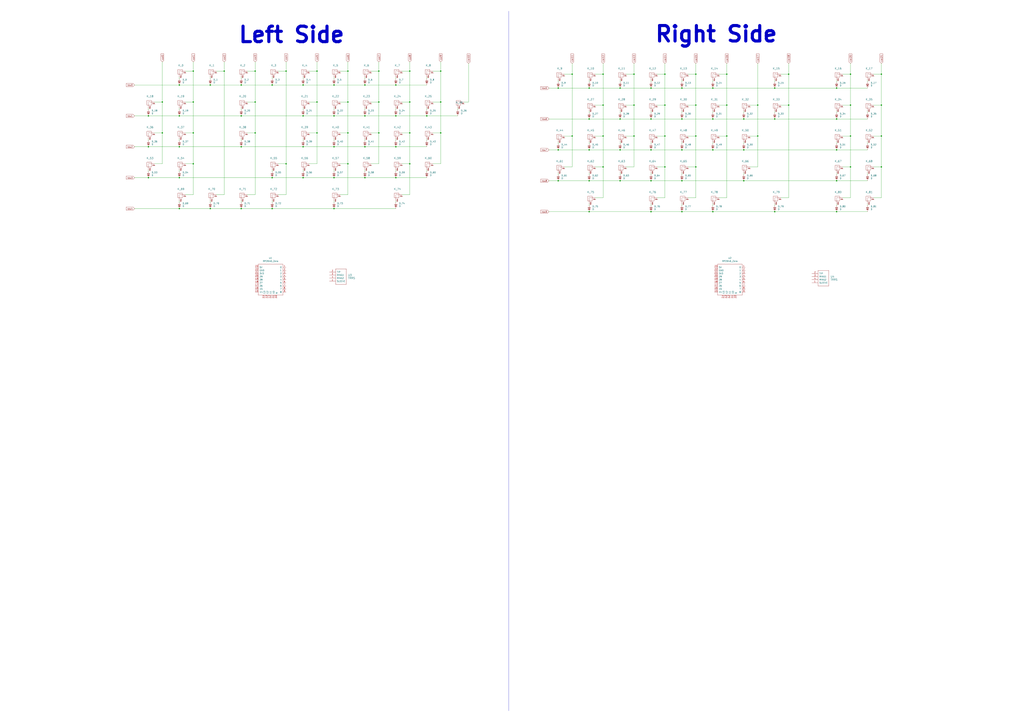
<source format=kicad_sch>
(kicad_sch (version 20231120) (generator "eeschema") (generator_version "8.0")
  (paper "A1")
  (junction (at 483.87 97.79))
  (junction (at 483.87 123.19))
  (junction (at 361.95 109.22))
  (junction (at 311.15 109.22))
  (junction (at 299.72 95.25))
  (junction (at 585.47 123.19))
  (junction (at 560.07 148.59))
  (junction (at 723.9 86.36))
  (junction (at 147.32 120.65))
  (junction (at 223.52 171.45))
  (junction (at 534.67 123.19))
  (junction (at 534.67 173.99))
  (junction (at 469.9 60.96))
  (junction (at 361.95 83.82))
  (junction (at 610.87 97.79))
  (junction (at 172.72 171.45))
  (junction (at 158.75 58.42))
  (junction (at 520.7 86.36))
  (junction (at 248.92 146.05))
  (junction (at 520.7 111.76))
  (junction (at 209.55 58.42))
  (junction (at 325.12 120.65))
  (junction (at 687.07 148.59))
  (junction (at 520.7 60.96))
  (junction (at 260.35 83.82))
  (junction (at 285.75 58.42))
  (junction (at 723.9 60.96))
  (junction (at 311.15 58.42))
  (junction (at 274.32 146.05))
  (junction (at 336.55 109.22))
  (junction (at 687.07 72.39))
  (junction (at 299.72 120.65))
  (junction (at 723.9 111.76))
  (junction (at 184.15 58.42))
  (junction (at 336.55 58.42))
  (junction (at 585.47 72.39))
  (junction (at 585.47 173.99))
  (junction (at 158.75 109.22))
  (junction (at 546.1 60.96))
  (junction (at 248.92 69.85))
  (junction (at 509.27 97.79))
  (junction (at 698.5 60.96))
  (junction (at 260.35 109.22))
  (junction (at 121.92 146.05))
  (junction (at 147.32 171.45))
  (junction (at 133.35 109.22))
  (junction (at 198.12 171.45))
  (junction (at 509.27 148.59))
  (junction (at 234.95 58.42))
  (junction (at 571.5 111.76))
  (junction (at 458.47 148.59))
  (junction (at 698.5 111.76))
  (junction (at 534.67 148.59))
  (junction (at 458.47 72.39))
  (junction (at 687.07 97.79))
  (junction (at 483.87 148.59))
  (junction (at 596.9 111.76))
  (junction (at 495.3 86.36))
  (junction (at 158.75 83.82))
  (junction (at 495.3 137.16))
  (junction (at 121.92 95.25))
  (junction (at 483.87 72.39))
  (junction (at 158.75 134.62))
  (junction (at 647.7 86.36))
  (junction (at 234.95 134.62))
  (junction (at 172.72 69.85))
  (junction (at 274.32 69.85))
  (junction (at 336.55 134.62))
  (junction (at 147.32 69.85))
  (junction (at 285.75 109.22))
  (junction (at 248.92 95.25))
  (junction (at 121.92 120.65))
  (junction (at 622.3 111.76))
  (junction (at 248.92 120.65))
  (junction (at 483.87 173.99))
  (junction (at 198.12 69.85))
  (junction (at 469.9 111.76))
  (junction (at 560.07 72.39))
  (junction (at 560.07 173.99))
  (junction (at 610.87 123.19))
  (junction (at 198.12 120.65))
  (junction (at 147.32 95.25))
  (junction (at 299.72 146.05))
  (junction (at 723.9 137.16))
  (junction (at 458.47 123.19))
  (junction (at 534.67 97.79))
  (junction (at 636.27 173.99))
  (junction (at 274.32 120.65))
  (junction (at 299.72 69.85))
  (junction (at 585.47 97.79))
  (junction (at 361.95 58.42))
  (junction (at 325.12 95.25))
  (junction (at 636.27 72.39))
  (junction (at 209.55 109.22))
  (junction (at 495.3 111.76))
  (junction (at 285.75 83.82))
  (junction (at 610.87 148.59))
  (junction (at 198.12 95.25))
  (junction (at 495.3 60.96))
  (junction (at 546.1 111.76))
  (junction (at 546.1 86.36))
  (junction (at 546.1 137.16))
  (junction (at 133.35 83.82))
  (junction (at 698.5 86.36))
  (junction (at 285.75 134.62))
  (junction (at 560.07 97.79))
  (junction (at 325.12 146.05))
  (junction (at 687.07 173.99))
  (junction (at 571.5 137.16))
  (junction (at 622.3 86.36))
  (junction (at 534.67 72.39))
  (junction (at 147.32 146.05))
  (junction (at 209.55 83.82))
  (junction (at 647.7 60.96))
  (junction (at 260.35 58.42))
  (junction (at 698.5 137.16))
  (junction (at 223.52 146.05))
  (junction (at 560.07 123.19))
  (junction (at 596.9 60.96))
  (junction (at 571.5 60.96))
  (junction (at 596.9 86.36))
  (junction (at 636.27 97.79))
  (junction (at 223.52 69.85))
  (junction (at 350.52 95.25))
  (junction (at 325.12 69.85))
  (junction (at 687.07 123.19))
  (junction (at 274.32 171.45))
  (junction (at 274.32 95.25))
  (junction (at 311.15 83.82))
  (junction (at 571.5 86.36))
  (junction (at 509.27 123.19))
  (junction (at 509.27 72.39))
  (junction (at 336.55 83.82))
  (wire (pts (xy 158.75 50.8) (xy 158.75 58.42)))
  (wire (pts (xy 560.07 123.19) (xy 585.47 123.19)))
  (wire (pts (xy 495.3 137.16) (xy 495.3 111.76)))
  (wire (pts (xy 509.27 97.79) (xy 534.67 97.79)))
  (wire (pts (xy 198.12 114.3) (xy 198.12 115.57)))
  (wire (pts (xy 647.7 52.07) (xy 647.7 60.96)))
  (wire (pts (xy 152.4 160.02) (xy 158.75 160.02)))
  (wire (pts (xy 223.52 171.45) (xy 274.32 171.45)))
  (wire (pts (xy 234.95 160.02) (xy 234.95 134.62)))
  (wire (pts (xy 311.15 109.22) (xy 311.15 83.82)))
  (wire (pts (xy 534.67 123.19) (xy 560.07 123.19)))
  (wire (pts (xy 234.95 58.42) (xy 234.95 134.62)))
  (wire (pts (xy 147.32 139.7) (xy 147.32 140.97)))
  (wire (pts (xy 495.3 86.36) (xy 495.3 60.96)))
  (wire (pts (xy 299.72 88.9) (xy 299.72 90.17)))
  (wire (pts (xy 325.12 114.3) (xy 325.12 115.57)))
  (wire (pts (xy 234.95 50.8) (xy 234.95 58.42)))
  (wire (pts (xy 458.47 66.04) (xy 458.47 67.31)))
  (wire (pts (xy 450.85 72.39) (xy 458.47 72.39)))
  (wire (pts (xy 692.15 162.56) (xy 698.5 162.56)))
  (wire (pts (xy 610.87 123.19) (xy 687.07 123.19)))
  (wire (pts (xy 723.9 162.56) (xy 723.9 137.16)))
  (wire (pts (xy 198.12 63.5) (xy 198.12 64.77)))
  (wire (pts (xy 560.07 148.59) (xy 610.87 148.59)))
  (wire (pts (xy 450.85 97.79) (xy 483.87 97.79)))
  (wire (pts (xy 299.72 146.05) (xy 325.12 146.05)))
  (wire (pts (xy 299.72 95.25) (xy 325.12 95.25)))
  (wire (pts (xy 687.07 173.99) (xy 712.47 173.99)))
  (wire (pts (xy 641.35 86.36) (xy 647.7 86.36)))
  (wire (pts (xy 539.75 86.36) (xy 546.1 86.36)))
  (wire (pts (xy 641.35 162.56) (xy 647.7 162.56)))
  (wire (pts (xy 469.9 137.16) (xy 469.9 111.76)))
  (wire (pts (xy 585.47 97.79) (xy 610.87 97.79)))
  (wire (pts (xy 121.92 120.65) (xy 147.32 120.65)))
  (wire (pts (xy 274.32 120.65) (xy 299.72 120.65)))
  (wire (pts (xy 355.6 109.22) (xy 361.95 109.22)))
  (wire (pts (xy 483.87 116.84) (xy 483.87 118.11)))
  (wire (pts (xy 121.92 88.9) (xy 121.92 90.17)))
  (wire (pts (xy 147.32 63.5) (xy 147.32 64.77)))
  (wire (pts (xy 325.12 95.25) (xy 350.52 95.25)))
  (wire (pts (xy 152.4 109.22) (xy 158.75 109.22)))
  (wire (pts (xy 509.27 123.19) (xy 534.67 123.19)))
  (wire (pts (xy 311.15 58.42) (xy 311.15 83.82)))
  (wire (pts (xy 698.5 86.36) (xy 698.5 60.96)))
  (wire (pts (xy 254 58.42) (xy 260.35 58.42)))
  (wire (pts (xy 203.2 83.82) (xy 209.55 83.82)))
  (wire (pts (xy 304.8 83.82) (xy 311.15 83.82)))
  (wire (pts (xy 687.07 66.04) (xy 687.07 67.31)))
  (wire (pts (xy 228.6 134.62) (xy 234.95 134.62)))
  (wire (pts (xy 325.12 139.7) (xy 325.12 140.97)))
  (wire (pts (xy 622.3 137.16) (xy 622.3 111.76)))
  (wire (pts (xy 158.75 109.22) (xy 158.75 83.82)))
  (wire (pts (xy 615.95 111.76) (xy 622.3 111.76)))
  (wire (pts (xy 712.47 66.04) (xy 712.47 67.31)))
  (wire (pts (xy 304.8 109.22) (xy 311.15 109.22)))
  (wire (pts (xy 152.4 134.62) (xy 158.75 134.62)))
  (wire (pts (xy 330.2 109.22) (xy 336.55 109.22)))
  (wire (pts (xy 647.7 162.56) (xy 647.7 86.36)))
  (wire (pts (xy 336.55 160.02) (xy 336.55 134.62)))
  (wire (pts (xy 336.55 134.62) (xy 336.55 109.22)))
  (wire (pts (xy 299.72 63.5) (xy 299.72 64.77)))
  (wire (pts (xy 458.47 123.19) (xy 483.87 123.19)))
  (wire (pts (xy 279.4 83.82) (xy 285.75 83.82)))
  (wire (pts (xy 384.81 52.07) (xy 384.81 83.82)))
  (wire (pts (xy 350.52 88.9) (xy 350.52 90.17)))
  (wire (pts (xy 198.12 165.1) (xy 198.12 166.37)))
  (wire (pts (xy 121.92 95.25) (xy 147.32 95.25)))
  (wire (pts (xy 571.5 137.16) (xy 571.5 111.76)))
  (wire (pts (xy 514.35 86.36) (xy 520.7 86.36)))
  (wire (pts (xy 279.4 160.02) (xy 285.75 160.02)))
  (wire (pts (xy 110.49 120.65) (xy 121.92 120.65)))
  (wire (pts (xy 463.55 111.76) (xy 469.9 111.76)))
  (wire (pts (xy 172.72 69.85) (xy 198.12 69.85)))
  (wire (pts (xy 299.72 120.65) (xy 325.12 120.65)))
  (wire (pts (xy 463.55 137.16) (xy 469.9 137.16)))
  (wire (pts (xy 488.95 162.56) (xy 495.3 162.56)))
  (wire (pts (xy 560.07 167.64) (xy 560.07 168.91)))
  (wire (pts (xy 361.95 58.42) (xy 361.95 83.82)))
  (wire (pts (xy 147.32 88.9) (xy 147.32 90.17)))
  (wire (pts (xy 121.92 139.7) (xy 121.92 140.97)))
  (wire (pts (xy 336.55 58.42) (xy 336.55 83.82)))
  (wire (pts (xy 687.07 142.24) (xy 687.07 143.51)))
  (wire (pts (xy 147.32 146.05) (xy 223.52 146.05)))
  (wire (pts (xy 147.32 165.1) (xy 147.32 166.37)))
  (wire (pts (xy 274.32 63.5) (xy 274.32 64.77)))
  (wire (pts (xy 488.95 60.96) (xy 495.3 60.96)))
  (wire (pts (xy 495.3 111.76) (xy 495.3 86.36)))
  (wire (pts (xy 539.75 60.96) (xy 546.1 60.96)))
  (wire (pts (xy 279.4 58.42) (xy 285.75 58.42)))
  (wire (pts (xy 571.5 162.56) (xy 571.5 137.16)))
  (wire (pts (xy 158.75 134.62) (xy 158.75 109.22)))
  (wire (pts (xy 590.55 162.56) (xy 596.9 162.56)))
  (wire (pts (xy 254 83.82) (xy 260.35 83.82)))
  (wire (pts (xy 514.35 137.16) (xy 520.7 137.16)))
  (wire (pts (xy 622.3 52.07) (xy 622.3 86.36)))
  (wire (pts (xy 636.27 72.39) (xy 687.07 72.39)))
  (wire (pts (xy 687.07 116.84) (xy 687.07 118.11)))
  (wire (pts (xy 248.92 146.05) (xy 274.32 146.05)))
  (wire (pts (xy 560.07 142.24) (xy 560.07 143.51)))
  (wire (pts (xy 325.12 146.05) (xy 350.52 146.05)))
  (wire (pts (xy 330.2 134.62) (xy 336.55 134.62)))
  (wire (pts (xy 534.67 167.64) (xy 534.67 168.91)))
  (wire (pts (xy 450.85 173.99) (xy 483.87 173.99)))
  (wire (pts (xy 571.5 111.76) (xy 571.5 86.36)))
  (wire (pts (xy 723.9 86.36) (xy 723.9 60.96)))
  (wire (pts (xy 520.7 137.16) (xy 520.7 111.76)))
  (wire (pts (xy 514.35 60.96) (xy 520.7 60.96)))
  (wire (pts (xy 488.95 137.16) (xy 495.3 137.16)))
  (wire (pts (xy 325.12 69.85) (xy 350.52 69.85)))
  (wire (pts (xy 350.52 114.3) (xy 350.52 115.57)))
  (wire (pts (xy 285.75 109.22) (xy 285.75 83.82)))
  (wire (pts (xy 687.07 91.44) (xy 687.07 92.71)))
  (wire (pts (xy 717.55 60.96) (xy 723.9 60.96)))
  (wire (pts (xy 463.55 60.96) (xy 469.9 60.96)))
  (wire (pts (xy 712.47 167.64) (xy 712.47 168.91)))
  (wire (pts (xy 495.3 162.56) (xy 495.3 137.16)))
  (wire (pts (xy 110.49 95.25) (xy 121.92 95.25)))
  (wire (pts (xy 483.87 142.24) (xy 483.87 143.51)))
  (wire (pts (xy 723.9 111.76) (xy 723.9 86.36)))
  (wire (pts (xy 223.52 69.85) (xy 248.92 69.85)))
  (wire (pts (xy 274.32 171.45) (xy 325.12 171.45)))
  (wire (pts (xy 483.87 167.64) (xy 483.87 168.91)))
  (wire (pts (xy 133.35 134.62) (xy 133.35 109.22)))
  (wire (pts (xy 330.2 58.42) (xy 336.55 58.42)))
  (wire (pts (xy 534.67 66.04) (xy 534.67 67.31)))
  (wire (pts (xy 279.4 134.62) (xy 285.75 134.62)))
  (wire (pts (xy 712.47 116.84) (xy 712.47 118.11)))
  (wire (pts (xy 198.12 120.65) (xy 248.92 120.65)))
  (wire (pts (xy 285.75 160.02) (xy 285.75 134.62)))
  (wire (pts (xy 509.27 142.24) (xy 509.27 143.51)))
  (wire (pts (xy 274.32 69.85) (xy 299.72 69.85)))
  (wire (pts (xy 636.27 91.44) (xy 636.27 92.71)))
  (wire (pts (xy 488.95 86.36) (xy 495.3 86.36)))
  (wire (pts (xy 381 83.82) (xy 384.81 83.82)))
  (wire (pts (xy 198.12 95.25) (xy 248.92 95.25)))
  (wire (pts (xy 248.92 88.9) (xy 248.92 90.17)))
  (wire (pts (xy 285.75 50.8) (xy 285.75 58.42)))
  (wire (pts (xy 687.07 148.59) (xy 712.47 148.59)))
  (wire (pts (xy 177.8 58.42) (xy 184.15 58.42)))
  (polyline (pts (xy 417.83 584.2) (xy 417.83 9.144)))
  (wire (pts (xy 133.35 109.22) (xy 133.35 83.82)))
  (wire (pts (xy 248.92 63.5) (xy 248.92 64.77)))
  (wire (pts (xy 355.6 58.42) (xy 361.95 58.42)))
  (wire (pts (xy 483.87 148.59) (xy 509.27 148.59)))
  (wire (pts (xy 636.27 167.64) (xy 636.27 168.91)))
  (wire (pts (xy 560.07 116.84) (xy 560.07 118.11)))
  (wire (pts (xy 450.85 148.59) (xy 458.47 148.59)))
  (wire (pts (xy 450.85 123.19) (xy 458.47 123.19)))
  (wire (pts (xy 158.75 58.42) (xy 158.75 83.82)))
  (wire (pts (xy 311.15 134.62) (xy 311.15 109.22)))
  (wire (pts (xy 560.07 66.04) (xy 560.07 67.31)))
  (wire (pts (xy 520.7 111.76) (xy 520.7 86.36)))
  (wire (pts (xy 585.47 167.64) (xy 585.47 168.91)))
  (wire (pts (xy 260.35 50.8) (xy 260.35 58.42)))
  (wire (pts (xy 546.1 111.76) (xy 546.1 86.36)))
  (wire (pts (xy 203.2 160.02) (xy 209.55 160.02)))
  (wire (pts (xy 495.3 52.07) (xy 495.3 60.96)))
  (wire (pts (xy 615.95 86.36) (xy 622.3 86.36)))
  (wire (pts (xy 203.2 58.42) (xy 209.55 58.42)))
  (wire (pts (xy 610.87 97.79) (xy 636.27 97.79)))
  (wire (pts (xy 712.47 142.24) (xy 712.47 143.51)))
  (wire (pts (xy 304.8 134.62) (xy 311.15 134.62)))
  (wire (pts (xy 610.87 116.84) (xy 610.87 118.11)))
  (wire (pts (xy 274.32 146.05) (xy 299.72 146.05)))
  (wire (pts (xy 110.49 171.45) (xy 147.32 171.45)))
  (wire (pts (xy 375.92 88.9) (xy 375.92 90.17)))
  (wire (pts (xy 514.35 111.76) (xy 520.7 111.76)))
  (wire (pts (xy 198.12 171.45) (xy 223.52 171.45)))
  (wire (pts (xy 585.47 123.19) (xy 610.87 123.19)))
  (wire (pts (xy 223.52 146.05) (xy 248.92 146.05)))
  (wire (pts (xy 539.75 162.56) (xy 546.1 162.56)))
  (wire (pts (xy 687.07 167.64) (xy 687.07 168.91)))
  (wire (pts (xy 560.07 173.99) (xy 585.47 173.99)))
  (wire (pts (xy 127 109.22) (xy 133.35 109.22)))
  (wire (pts (xy 636.27 97.79) (xy 687.07 97.79)))
  (wire (pts (xy 285.75 58.42) (xy 285.75 83.82)))
  (wire (pts (xy 692.15 86.36) (xy 698.5 86.36)))
  (wire (pts (xy 110.49 146.05) (xy 121.92 146.05)))
  (wire (pts (xy 636.27 173.99) (xy 687.07 173.99)))
  (wire (pts (xy 172.72 165.1) (xy 172.72 166.37)))
  (wire (pts (xy 311.15 50.8) (xy 311.15 58.42)))
  (wire (pts (xy 534.67 173.99) (xy 560.07 173.99)))
  (wire (pts (xy 458.47 148.59) (xy 483.87 148.59)))
  (wire (pts (xy 336.55 50.8) (xy 336.55 58.42)))
  (wire (pts (xy 596.9 52.07) (xy 596.9 60.96)))
  (wire (pts (xy 483.87 97.79) (xy 509.27 97.79)))
  (wire (pts (xy 248.92 120.65) (xy 274.32 120.65)))
  (wire (pts (xy 596.9 86.36) (xy 596.9 60.96)))
  (wire (pts (xy 509.27 148.59) (xy 534.67 148.59)))
  (wire (pts (xy 133.35 50.8) (xy 133.35 83.82)))
  (wire (pts (xy 184.15 58.42) (xy 184.15 160.02)))
  (wire (pts (xy 223.52 139.7) (xy 223.52 140.97)))
  (wire (pts (xy 458.47 142.24) (xy 458.47 143.51)))
  (wire (pts (xy 723.9 52.07) (xy 723.9 60.96)))
  (wire (pts (xy 717.55 86.36) (xy 723.9 86.36)))
  (wire (pts (xy 585.47 173.99) (xy 636.27 173.99)))
  (wire (pts (xy 692.15 111.76) (xy 698.5 111.76)))
  (wire (pts (xy 248.92 69.85) (xy 274.32 69.85)))
  (wire (pts (xy 198.12 88.9) (xy 198.12 90.17)))
  (wire (pts (xy 534.67 72.39) (xy 560.07 72.39)))
  (wire (pts (xy 285.75 134.62) (xy 285.75 109.22)))
  (wire (pts (xy 717.55 162.56) (xy 723.9 162.56)))
  (wire (pts (xy 325.12 120.65) (xy 350.52 120.65)))
  (wire (pts (xy 260.35 58.42) (xy 260.35 83.82)))
  (wire (pts (xy 546.1 162.56) (xy 546.1 137.16)))
  (wire (pts (xy 223.52 165.1) (xy 223.52 166.37)))
  (wire (pts (xy 483.87 72.39) (xy 509.27 72.39)))
  (wire (pts (xy 304.8 58.42) (xy 311.15 58.42)))
  (wire (pts (xy 184.15 50.8) (xy 184.15 58.42)))
  (wire (pts (xy 254 134.62) (xy 260.35 134.62)))
  (wire (pts (xy 622.3 111.76) (xy 622.3 86.36)))
  (wire (pts (xy 610.87 148.59) (xy 687.07 148.59)))
  (wire (pts (xy 274.32 88.9) (xy 274.32 90.17)))
  (wire (pts (xy 546.1 137.16) (xy 546.1 111.76)))
  (wire (pts (xy 158.75 160.02) (xy 158.75 134.62)))
  (wire (pts (xy 615.95 137.16) (xy 622.3 137.16)))
  (wire (pts (xy 571.5 52.07) (xy 571.5 60.96)))
  (wire (pts (xy 585.47 66.04) (xy 585.47 67.31)))
  (wire (pts (xy 687.07 123.19) (xy 712.47 123.19)))
  (wire (pts (xy 172.72 171.45) (xy 198.12 171.45)))
  (wire (pts (xy 325.12 165.1) (xy 325.12 166.37)))
  (wire (pts (xy 692.15 137.16) (xy 698.5 137.16)))
  (wire (pts (xy 121.92 146.05) (xy 147.32 146.05)))
  (wire (pts (xy 565.15 86.36) (xy 571.5 86.36)))
  (wire (pts (xy 330.2 83.82) (xy 336.55 83.82)))
  (wire (pts (xy 565.15 137.16) (xy 571.5 137.16)))
  (wire (pts (xy 596.9 162.56) (xy 596.9 111.76)))
  (wire (pts (xy 299.72 114.3) (xy 299.72 115.57)))
  (wire (pts (xy 209.55 58.42) (xy 209.55 83.82)))
  (wire (pts (xy 509.27 72.39) (xy 534.67 72.39)))
  (wire (pts (xy 152.4 58.42) (xy 158.75 58.42)))
  (wire (pts (xy 254 109.22) (xy 260.35 109.22)))
  (wire (pts (xy 209.55 160.02) (xy 209.55 109.22)))
  (wire (pts (xy 147.32 114.3) (xy 147.32 115.57)))
  (wire (pts (xy 483.87 173.99) (xy 534.67 173.99)))
  (wire (pts (xy 361.95 50.8) (xy 361.95 58.42)))
  (wire (pts (xy 330.2 160.02) (xy 336.55 160.02)))
  (wire (pts (xy 560.07 72.39) (xy 585.47 72.39)))
  (wire (pts (xy 172.72 63.5) (xy 172.72 64.77)))
  (wire (pts (xy 274.32 139.7) (xy 274.32 140.97)))
  (wire (pts (xy 209.55 50.8) (xy 209.55 58.42)))
  (wire (pts (xy 687.07 72.39) (xy 712.47 72.39)))
  (wire (pts (xy 127 83.82) (xy 133.35 83.82)))
  (wire (pts (xy 127 134.62) (xy 133.35 134.62)))
  (wire (pts (xy 274.32 165.1) (xy 274.32 166.37)))
  (wire (pts (xy 509.27 91.44) (xy 509.27 92.71)))
  (wire (pts (xy 560.07 91.44) (xy 560.07 92.71)))
  (wire (pts (xy 483.87 91.44) (xy 483.87 92.71)))
  (wire (pts (xy 687.07 97.79) (xy 712.47 97.79)))
  (wire (pts (xy 560.07 97.79) (xy 585.47 97.79)))
  (wire (pts (xy 585.47 72.39) (xy 636.27 72.39)))
  (wire (pts (xy 325.12 63.5) (xy 325.12 64.77)))
  (wire (pts (xy 152.4 83.82) (xy 158.75 83.82)))
  (wire (pts (xy 299.72 69.85) (xy 325.12 69.85)))
  (wire (pts (xy 147.32 69.85) (xy 172.72 69.85)))
  (wire (pts (xy 546.1 52.07) (xy 546.1 60.96)))
  (wire (pts (xy 698.5 162.56) (xy 698.5 137.16)))
  (wire (pts (xy 610.87 142.24) (xy 610.87 143.51)))
  (wire (pts (xy 636.27 66.04) (xy 636.27 67.31)))
  (wire (pts (xy 546.1 86.36) (xy 546.1 60.96)))
  (wire (pts (xy 539.75 137.16) (xy 546.1 137.16)))
  (wire (pts (xy 698.5 52.07) (xy 698.5 60.96)))
  (wire (pts (xy 458.47 116.84) (xy 458.47 118.11)))
  (wire (pts (xy 260.35 109.22) (xy 260.35 83.82)))
  (wire (pts (xy 698.5 137.16) (xy 698.5 111.76)))
  (wire (pts (xy 483.87 66.04) (xy 483.87 67.31)))
  (wire (pts (xy 590.55 60.96) (xy 596.9 60.96)))
  (wire (pts (xy 565.15 162.56) (xy 571.5 162.56)))
  (wire (pts (xy 469.9 52.07) (xy 469.9 60.96)))
  (wire (pts (xy 198.12 69.85) (xy 223.52 69.85)))
  (wire (pts (xy 248.92 139.7) (xy 248.92 140.97)))
  (wire (pts (xy 509.27 66.04) (xy 509.27 67.31)))
  (wire (pts (xy 610.87 91.44) (xy 610.87 92.71)))
  (wire (pts (xy 692.15 60.96) (xy 698.5 60.96)))
  (wire (pts (xy 209.55 109.22) (xy 209.55 83.82)))
  (wire (pts (xy 361.95 109.22) (xy 361.95 83.82)))
  (wire (pts (xy 458.47 72.39) (xy 483.87 72.39)))
  (wire (pts (xy 469.9 111.76) (xy 469.9 60.96)))
  (wire (pts (xy 274.32 114.3) (xy 274.32 115.57)))
  (wire (pts (xy 596.9 111.76) (xy 596.9 86.36)))
  (wire (pts (xy 565.15 111.76) (xy 571.5 111.76)))
  (wire (pts (xy 712.47 91.44) (xy 712.47 92.71)))
  (wire (pts (xy 717.55 111.76) (xy 723.9 111.76)))
  (wire (pts (xy 723.9 137.16) (xy 723.9 111.76)))
  (wire (pts (xy 509.27 116.84) (xy 509.27 118.11)))
  (wire (pts (xy 228.6 160.02) (xy 234.95 160.02)))
  (wire (pts (xy 520.7 52.07) (xy 520.7 60.96)))
  (wire (pts (xy 248.92 95.25) (xy 274.32 95.25)))
  (wire (pts (xy 483.87 123.19) (xy 509.27 123.19)))
  (wire (pts (xy 698.5 111.76) (xy 698.5 86.36)))
  (wire (pts (xy 228.6 58.42) (xy 234.95 58.42)))
  (wire (pts (xy 299.72 139.7) (xy 299.72 140.97)))
  (wire (pts (xy 121.92 114.3) (xy 121.92 115.57)))
  (wire (pts (xy 355.6 134.62) (xy 361.95 134.62)))
  (wire (pts (xy 350.52 95.25) (xy 375.92 95.25)))
  (wire (pts (xy 647.7 86.36) (xy 647.7 60.96)))
  (wire (pts (xy 585.47 116.84) (xy 585.47 118.11)))
  (wire (pts (xy 279.4 109.22) (xy 285.75 109.22)))
  (wire (pts (xy 534.67 91.44) (xy 534.67 92.71)))
  (wire (pts (xy 223.52 63.5) (xy 223.52 64.77)))
  (wire (pts (xy 336.55 109.22) (xy 336.55 83.82)))
  (wire (pts (xy 203.2 109.22) (xy 209.55 109.22)))
  (wire (pts (xy 488.95 111.76) (xy 495.3 111.76)))
  (wire (pts (xy 147.32 95.25) (xy 198.12 95.25)))
  (wire (pts (xy 539.75 111.76) (xy 546.1 111.76)))
  (wire (pts (xy 641.35 60.96) (xy 647.7 60.96)))
  (wire (pts (xy 717.55 137.16) (xy 723.9 137.16)))
  (wire (pts (xy 590.55 86.36) (xy 596.9 86.36)))
  (wire (pts (xy 590.55 111.76) (xy 596.9 111.76)))
  (wire (pts (xy 274.32 95.25) (xy 299.72 95.25)))
  (wire (pts (xy 147.32 171.45) (xy 172.72 171.45)))
  (wire (pts (xy 260.35 134.62) (xy 260.35 109.22)))
  (wire (pts (xy 585.47 91.44) (xy 585.47 92.71)))
  (wire (pts (xy 361.95 134.62) (xy 361.95 109.22)))
  (wire (pts (xy 248.92 114.3) (xy 248.92 115.57)))
  (wire (pts (xy 534.67 142.24) (xy 534.67 143.51)))
  (wire (pts (xy 325.12 88.9) (xy 325.12 90.17)))
  (wire (pts (xy 534.67 97.79) (xy 560.07 97.79)))
  (wire (pts (xy 520.7 86.36) (xy 520.7 60.96)))
  (wire (pts (xy 534.67 116.84) (xy 534.67 118.11)))
  (wire (pts (xy 350.52 139.7) (xy 350.52 140.97)))
  (wire (pts (xy 565.15 60.96) (xy 571.5 60.96)))
  (wire (pts (xy 534.67 148.59) (xy 560.07 148.59)))
  (wire (pts (xy 355.6 83.82) (xy 361.95 83.82)))
  (wire (pts (xy 147.32 120.65) (xy 198.12 120.65)))
  (wire (pts (xy 177.8 160.02) (xy 184.15 160.02)))
  (wire (pts (xy 350.52 63.5) (xy 350.52 64.77)))
  (wire (pts (xy 110.49 69.85) (xy 147.32 69.85)))
  (wire (pts (xy 571.5 86.36) (xy 571.5 60.96)))
  (text "Left Side" (at 239.522 28.702 0) (effects (font (size 12.7 12.7) (thickness 2.54) (bold yes))))
  (text "Right Side\n" (at 588.264 28.194 0) (effects (font (size 12.7 12.7) (thickness 2.54) (bold yes))))
  (global_label "row6" (shape input) (at 450.85 97.79 180) (property "Intersheetrefs" "${INTERSHEET_REFS}" (effects (hide yes))))
  (global_label "col5" (shape input) (at 260.35 50.8 90) (property "Intersheetrefs" "${INTERSHEET_REFS}" (effects (hide yes))))
  (global_label "col20" (shape input) (at 698.5 52.07 90) (property "Intersheetrefs" "${INTERSHEET_REFS}" (effects (hide yes))))
  (global_label "col3" (shape input) (at 209.55 50.8 90) (property "Intersheetrefs" "${INTERSHEET_REFS}" (effects (hide yes))))
  (global_label "col12" (shape input) (at 495.3 52.07 90) (property "Intersheetrefs" "${INTERSHEET_REFS}" (effects (hide yes))))
  (global_label "col17" (shape input) (at 622.3 52.07 90) (property "Intersheetrefs" "${INTERSHEET_REFS}" (effects (hide yes))))
  (global_label "col18" (shape input) (at 647.7 52.07 90) (property "Intersheetrefs" "${INTERSHEET_REFS}" (effects (hide yes))))
  (global_label "col4" (shape input) (at 234.95 50.8 90) (property "Intersheetrefs" "${INTERSHEET_REFS}" (effects (hide yes))))
  (global_label "col10" (shape input) (at 384.81 52.07 90) (property "Intersheetrefs" "${INTERSHEET_REFS}" (effects (hide yes))))
  (global_label "col1" (shape input) (at 158.75 50.8 90) (property "Intersheetrefs" "${INTERSHEET_REFS}" (effects (hide yes))))
  (global_label "col0" (shape input) (at 133.35 50.8 90) (property "Intersheetrefs" "${INTERSHEET_REFS}" (effects (hide yes))))
  (global_label "row5" (shape input) (at 450.85 72.39 180) (property "Intersheetrefs" "${INTERSHEET_REFS}" (effects (hide yes))))
  (global_label "row4" (shape input) (at 110.49 171.45 180) (property "Intersheetrefs" "${INTERSHEET_REFS}" (effects (hide yes))))
  (global_label "col11" (shape input) (at 469.9 52.07 90) (property "Intersheetrefs" "${INTERSHEET_REFS}" (effects (hide yes))))
  (global_label "row8" (shape input) (at 450.85 148.59 180) (property "Intersheetrefs" "${INTERSHEET_REFS}" (effects (hide yes))))
  (global_label "row0" (shape input) (at 110.49 69.85 180) (property "Intersheetrefs" "${INTERSHEET_REFS}" (effects (hide yes))))
  (global_label "col13" (shape input) (at 520.7 52.07 90) (property "Intersheetrefs" "${INTERSHEET_REFS}" (effects (hide yes))))
  (global_label "row1" (shape input) (at 110.49 95.25 180) (property "Intersheetrefs" "${INTERSHEET_REFS}" (effects (hide yes))))
  (global_label "col6" (shape input) (at 285.75 50.8 90) (property "Intersheetrefs" "${INTERSHEET_REFS}" (effects (hide yes))))
  (global_label "col8" (shape input) (at 336.55 50.8 90) (property "Intersheetrefs" "${INTERSHEET_REFS}" (effects (hide yes))))
  (global_label "row3" (shape input) (at 110.49 146.05 180) (property "Intersheetrefs" "${INTERSHEET_REFS}" (effects (hide yes))))
  (global_label "row9" (shape input) (at 450.85 173.99 180) (property "Intersheetrefs" "${INTERSHEET_REFS}" (effects (hide yes))))
  (global_label "col15" (shape input) (at 571.5 52.07 90) (property "Intersheetrefs" "${INTERSHEET_REFS}" (effects (hide yes))))
  (global_label "row2" (shape input) (at 110.49 120.65 180) (property "Intersheetrefs" "${INTERSHEET_REFS}" (effects (hide yes))))
  (global_label "col14" (shape input) (at 546.1 52.07 90) (property "Intersheetrefs" "${INTERSHEET_REFS}" (effects (hide yes))))
  (global_label "row7" (shape input) (at 450.85 123.19 180) (property "Intersheetrefs" "${INTERSHEET_REFS}" (effects (hide yes))))
  (global_label "col16" (shape input) (at 596.9 52.07 90) (property "Intersheetrefs" "${INTERSHEET_REFS}" (effects (hide yes))))
  (global_label "col21" (shape input) (at 723.9 52.07 90) (property "Intersheetrefs" "${INTERSHEET_REFS}" (effects (hide yes))))
  (global_label "col7" (shape input) (at 311.15 50.8 90) (property "Intersheetrefs" "${INTERSHEET_REFS}" (effects (hide yes))))
  (global_label "col9" (shape input) (at 361.95 50.8 90) (property "Intersheetrefs" "${INTERSHEET_REFS}" (effects (hide yes))))
  (global_label "col2" (shape input) (at 184.15 50.8 90) (property "Intersheetrefs" "${INTERSHEET_REFS}" (effects (hide yes))))
  (symbol (lib_id "Device:D_Small") (at 636.27 95.25 90) (unit 1)
    (property "Reference" "D_33" (at 638.81 93.472 90) (effects (justify right)))
    (property "Value" "D" (at 638.81 95.758 90) (effects (justify right)))
    (property "Footprint" "Diode_SMD:D_SOD-123" (effects (hide yes)))
  )
  (symbol (lib_id "Device:D_Small") (at 610.87 95.25 90) (unit 1)
    (property "Reference" "D_32" (at 613.41 93.472 90) (effects (justify right)))
    (property "Value" "D" (at 613.41 95.758 90) (effects (justify right)))
    (property "Footprint" "Diode_SMD:D_SOD-123" (effects (hide yes)))
  )
  (symbol (lib_id "Device:D_Small") (at 509.27 69.85 90) (unit 1)
    (property "Reference" "D_11" (at 511.81 68.072 90) (effects (justify right)))
    (property "Value" "D" (at 511.81 70.358 90) (effects (justify right)))
    (property "Footprint" "Diode_SMD:D_SOD-123" (effects (hide yes)))
  )
  (symbol (lib_id "MX_Alps_Hybrid:MX-NoLED") (at 250.19 59.69 0) (unit 1)
    (property "Reference" "K_4" (at 250.19 53.7718 0) (effects (font (size 1.524 1.524))))
    (property "Value" "KEYSW" (effects (hide yes)))
    (property "Footprint" "ScottoKeebs_Hotswap:Hotswap_MX_Plated_1.00u" (effects (hide yes)))
  )
  (symbol (lib_id "Device:D_Small") (at 534.67 95.25 90) (unit 1)
    (property "Reference" "D_29" (at 537.21 93.472 90) (effects (justify right)))
    (property "Value" "D" (at 537.21 95.758 90) (effects (justify right)))
    (property "Footprint" "Diode_SMD:D_SOD-123" (effects (hide yes)))
  )
  (symbol (lib_id "Device:D_Small") (at 636.27 171.45 90) (unit 1)
    (property "Reference" "D_79" (at 638.81 169.672 90) (effects (justify right)))
    (property "Value" "D" (at 638.81 171.958 90) (effects (justify right)))
    (property "Footprint" "Diode_SMD:D_SOD-123" (effects (hide yes)))
  )
  (symbol (lib_id "Device:D_Small") (at 712.47 95.25 90) (unit 1)
    (property "Reference" "D_35" (at 715.01 93.472 90) (effects (justify right)))
    (property "Value" "D" (at 715.01 95.758 90) (effects (justify right)))
    (property "Footprint" "Diode_SMD:D_SOD-123" (effects (hide yes)))
  )
  (symbol (lib_id "MX_Alps_Hybrid:MX-NoLED") (at 326.39 59.69 0) (unit 1)
    (property "Reference" "K_7" (at 326.39 53.7718 0) (effects (font (size 1.524 1.524))))
    (property "Value" "KEYSW" (effects (hide yes)))
    (property "Footprint" "ScottoKeebs_Hotswap:Hotswap_MX_Plated_1.00u" (effects (hide yes)))
  )
  (symbol (lib_id "Device:D_Small") (at 198.12 92.71 90) (unit 1)
    (property "Reference" "D_20" (at 200.66 90.932 90) (effects (justify right)))
    (property "Value" "D" (at 200.66 93.218 90) (effects (justify right)))
    (property "Footprint" "Diode_SMD:D_SOD-123" (effects (hide yes)))
  )
  (symbol (lib_id "Device:D_Small") (at 198.12 118.11 90) (unit 1)
    (property "Reference" "D_38" (at 200.66 116.332 90) (effects (justify right)))
    (property "Value" "D" (at 200.66 118.618 90) (effects (justify right)))
    (property "Footprint" "Diode_SMD:D_SOD-123" (effects (hide yes)))
  )
  (symbol (lib_id "MX_Alps_Hybrid:MX-NoLED") (at 713.74 62.23 0) (unit 1)
    (property "Reference" "K_17" (at 713.74 56.3118 0) (effects (font (size 1.524 1.524))))
    (property "Value" "KEYSW" (effects (hide yes)))
    (property "Footprint" "ScottoKeebs_Hotswap:Hotswap_MX_Plated_1.00u" (effects (hide yes)))
  )
  (symbol (lib_id "MX_Alps_Hybrid:MX-NoLED") (at 173.99 161.29 0) (unit 1)
    (property "Reference" "K_70" (at 173.99 155.3718 0) (effects (font (size 1.524 1.524))))
    (property "Value" "KEYSW" (effects (hide yes)))
    (property "Footprint" "ScottoKeebs_Hotswap:Hotswap_MX_Plated_1.00u" (effects (hide yes)))
  )
  (symbol (lib_id "MX_Alps_Hybrid:MX-NoLED") (at 612.14 138.43 0) (unit 1)
    (property "Reference" "K_66" (at 612.14 132.5118 0) (effects (font (size 1.524 1.524))))
    (property "Value" "KEYSW" (effects (hide yes)))
    (property "Footprint" "ScottoKeebs_Hotswap:Hotswap_MX_Plated_2.75u" (effects (hide yes)))
  )
  (symbol (lib_id "Device:D_Small") (at 274.32 67.31 90) (unit 1)
    (property "Reference" "D_5" (at 276.86 65.532 90) (effects (justify right)))
    (property "Value" "D" (at 276.86 67.818 90) (effects (justify right)))
    (property "Footprint" "Diode_SMD:D_SOD-123" (effects (hide yes)))
  )
  (symbol (lib_id "MX_Alps_Hybrid:MX-NoLED") (at 250.19 110.49 0) (unit 1)
    (property "Reference" "K_39" (at 250.19 104.5718 0) (effects (font (size 1.524 1.524))))
    (property "Value" "KEYSW" (effects (hide yes)))
    (property "Footprint" "ScottoKeebs_Hotswap:Hotswap_MX_Plated_1.00u" (effects (hide yes)))
  )
  (symbol (lib_id "Device:D_Small") (at 712.47 120.65 90) (unit 1)
    (property "Reference" "D_52" (at 715.01 118.872 90) (effects (justify right)))
    (property "Value" "D" (at 715.01 121.158 90) (effects (justify right)))
    (property "Footprint" "Diode_SMD:D_SOD-123" (effects (hide yes)))
  )
  (symbol (lib_id "MX_Alps_Hybrid:MX-NoLED") (at 561.34 113.03 0) (unit 1)
    (property "Reference" "K_48" (at 561.34 107.1118 0) (effects (font (size 1.524 1.524))))
    (property "Value" "KEYSW" (effects (hide yes)))
    (property "Footprint" "ScottoKeebs_Hotswap:Hotswap_MX_Plated_1.00u" (effects (hide yes)))
  )
  (symbol (lib_id "MX_Alps_Hybrid:MX-NoLED") (at 535.94 138.43 0) (unit 1)
    (property "Reference" "K_64" (at 535.94 132.5118 0) (effects (font (size 1.524 1.524))))
    (property "Value" "KEYSW" (effects (hide yes)))
    (property "Footprint" "ScottoKeebs_Hotswap:Hotswap_MX_Plated_1.00u" (effects (hide yes)))
  )
  (symbol (lib_id "MX_Alps_Hybrid:MX-NoLED") (at 326.39 85.09 0) (unit 1)
    (property "Reference" "K_24" (at 326.39 79.1718 0) (effects (font (size 1.524 1.524))))
    (property "Value" "KEYSW" (effects (hide yes)))
    (property "Footprint" "ScottoKeebs_Hotswap:Hotswap_MX_Plated_1.00u" (effects (hide yes)))
  )
  (symbol (lib_id "Device:D_Small") (at 585.47 69.85 90) (unit 1)
    (property "Reference" "D_14" (at 588.01 68.072 90) (effects (justify right)))
    (property "Value" "D" (at 588.01 70.358 90) (effects (justify right)))
    (property "Footprint" "Diode_SMD:D_SOD-123" (effects (hide yes)))
  )
  (symbol (lib_id "MX_Alps_Hybrid:MX-NoLED") (at 250.19 135.89 0) (unit 1)
    (property "Reference" "K_56" (at 250.19 129.9718 0) (effects (font (size 1.524 1.524))))
    (property "Value" "KEYSW" (effects (hide yes)))
    (property "Footprint" "ScottoKeebs_Hotswap:Hotswap_MX_Plated_1.00u" (effects (hide yes)))
  )
  (symbol (lib_id "MX_Alps_Hybrid:MX-NoLED") (at 275.59 161.29 0) (unit 1)
    (property "Reference" "K_73" (at 275.59 155.3718 0) (effects (font (size 1.524 1.524))))
    (property "Value" "KEYSW" (effects (hide yes)))
    (property "Footprint" "ScottoKeebs_Hotswap:Hotswap_MX_Plated_1.25u" (effects (hide yes)))
  )
  (symbol (lib_id "MX_Alps_Hybrid:MX-NoLED") (at 612.14 113.03 0) (unit 1)
    (property "Reference" "K_50" (at 612.14 107.1118 0) (effects (font (size 1.524 1.524))))
    (property "Value" "KEYSW" (effects (hide yes)))
    (property "Footprint" "ScottoKeebs_Hotswap:Hotswap_MX_Plated_2.25u" (effects (hide yes)))
  )
  (symbol (lib_id "Device:D_Small") (at 350.52 143.51 90) (unit 1)
    (property "Reference" "D_60" (at 353.06 141.732 90) (effects (justify right)))
    (property "Value" "D" (at 353.06 144.018 90) (effects (justify right)))
    (property "Footprint" "Diode_SMD:D_SOD-123" (effects (hide yes)))
  )
  (symbol (lib_id "Device:D_Small") (at 585.47 120.65 90) (unit 1)
    (property "Reference" "D_49" (at 588.01 118.872 90) (effects (justify right)))
    (property "Value" "D" (at 588.01 121.158 90) (effects (justify right)))
    (property "Footprint" "Diode_SMD:D_SOD-123" (effects (hide yes)))
  )
  (symbol (lib_id "MX_Alps_Hybrid:MX-NoLED") (at 250.19 85.09 0) (unit 1)
    (property "Reference" "K_21" (at 250.19 79.1718 0) (effects (font (size 1.524 1.524))))
    (property "Value" "KEYSW" (effects (hide yes)))
    (property "Footprint" "ScottoKeebs_Hotswap:Hotswap_MX_Plated_1.00u" (effects (hide yes)))
  )
  (symbol (lib_id "ScottoKeebs:Placeholder_TRRS") (at 279.4 233.68 0) (unit 1)
    (property "Reference" "U3" (at 285.75 226.0599 0) (effects (font (size 1.524 1.524)) (justify left)))
    (property "Value" "TRRS" (at 285.75 228.5999 0) (effects (font (size 1.524 1.524)) (justify left)))
    (property "Footprint" "ScottoKeebs_Components:TRRS_PJ-320A" (effects (hide yes)))
  )
  (symbol (lib_id "MX_Alps_Hybrid:MX-NoLED") (at 561.34 138.43 0) (unit 1)
    (property "Reference" "K_65" (at 561.34 132.5118 0) (effects (font (size 1.524 1.524))))
    (property "Value" "KEYSW" (effects (hide yes)))
    (property "Footprint" "ScottoKeebs_Hotswap:Hotswap_MX_Plated_1.00u" (effects (hide yes)))
  )
  (symbol (lib_id "MX_Alps_Hybrid:MX-NoLED") (at 300.99 59.69 0) (unit 1)
    (property "Reference" "K_6" (at 300.99 53.7718 0) (effects (font (size 1.524 1.524))))
    (property "Value" "KEYSW" (effects (hide yes)))
    (property "Footprint" "ScottoKeebs_Hotswap:Hotswap_MX_Plated_1.00u" (effects (hide yes)))
  )
  (symbol (lib_id "Device:D_Small") (at 350.52 67.31 90) (unit 1)
    (property "Reference" "D_8" (at 353.06 65.532 90) (effects (justify right)))
    (property "Value" "D" (at 353.06 67.818 90) (effects (justify right)))
    (property "Footprint" "Diode_SMD:D_SOD-123" (effects (hide yes)))
  )
  (symbol (lib_id "Device:D_Small") (at 223.52 67.31 90) (unit 1)
    (property "Reference" "D_3" (at 226.06 65.532 90) (effects (justify right)))
    (property "Value" "D" (at 226.06 67.818 90) (effects (justify right)))
    (property "Footprint" "Diode_SMD:D_SOD-123" (effects (hide yes)))
  )
  (symbol (lib_id "MX_Alps_Hybrid:MX-NoLED") (at 485.14 138.43 0) (unit 1)
    (property "Reference" "K_62" (at 485.14 132.5118 0) (effects (font (size 1.524 1.524))))
    (property "Value" "KEYSW" (effects (hide yes)))
    (property "Footprint" "ScottoKeebs_Hotswap:Hotswap_MX_Plated_1.00u" (effects (hide yes)))
  )
  (symbol (lib_id "Device:D_Small") (at 325.12 92.71 90) (unit 1)
    (property "Reference" "D_24" (at 327.66 90.932 90) (effects (justify right)))
    (property "Value" "D" (at 327.66 93.218 90) (effects (justify right)))
    (property "Footprint" "Diode_SMD:D_SOD-123" (effects (hide yes)))
  )
  (symbol (lib_id "MX_Alps_Hybrid:MX-NoLED") (at 510.54 138.43 0) (unit 1)
    (property "Reference" "K_63" (at 510.54 132.5118 0) (effects (font (size 1.524 1.524))))
    (property "Value" "KEYSW" (effects (hide yes)))
    (property "Footprint" "ScottoKeebs_Hotswap:Hotswap_MX_Plated_1.00u" (effects (hide yes)))
  )
  (symbol (lib_id "Device:D_Small") (at 712.47 146.05 90) (unit 1)
    (property "Reference" "D_68" (at 715.01 144.272 90) (effects (justify right)))
    (property "Value" "D" (at 715.01 146.558 90) (effects (justify right)))
    (property "Footprint" "Diode_SMD:D_SOD-123" (effects (hide yes)))
  )
  (symbol (lib_id "Device:D_Small") (at 299.72 143.51 90) (unit 1)
    (property "Reference" "D_58" (at 302.26 141.732 90) (effects (justify right)))
    (property "Value" "D" (at 302.26 144.018 90) (effects (justify right)))
    (property "Footprint" "Diode_SMD:D_SOD-123" (effects (hide yes)))
  )
  (symbol (lib_id "Device:D_Small") (at 585.47 95.25 90) (unit 1)
    (property "Reference" "D_31" (at 588.01 93.472 90) (effects (justify right)))
    (property "Value" "D" (at 588.01 95.758 90) (effects (justify right)))
    (property "Footprint" "Diode_SMD:D_SOD-123" (effects (hide yes)))
  )
  (symbol (lib_id "MX_Alps_Hybrid:MX-NoLED") (at 148.59 85.09 0) (unit 1)
    (property "Reference" "K_19" (at 148.59 79.1718 0) (effects (font (size 1.524 1.524))))
    (property "Value" "KEYSW" (effects (hide yes)))
    (property "Footprint" "ScottoKeebs_Hotswap:Hotswap_MX_Plated_1.00u" (effects (hide yes)))
  )
  (symbol (lib_id "Device:D_Small") (at 509.27 120.65 90) (unit 1)
    (property "Reference" "D_46" (at 511.81 118.872 90) (effects (justify right)))
    (property "Value" "D" (at 511.81 121.158 90) (effects (justify right)))
    (property "Footprint" "Diode_SMD:D_SOD-123" (effects (hide yes)))
  )
  (symbol (lib_id "Device:D_Small") (at 534.67 146.05 90) (unit 1)
    (property "Reference" "D_64" (at 537.21 144.272 90) (effects (justify right)))
    (property "Value" "D" (at 537.21 146.558 90) (effects (justify right)))
    (property "Footprint" "Diode_SMD:D_SOD-123" (effects (hide yes)))
  )
  (symbol (lib_id "MX_Alps_Hybrid:MX-NoLED") (at 535.94 113.03 0) (unit 1)
    (property "Reference" "K_47" (at 535.94 107.1118 0) (effects (font (size 1.524 1.524))))
    (property "Value" "KEYSW" (effects (hide yes)))
    (property "Footprint" "ScottoKeebs_Hotswap:Hotswap_MX_Plated_1.00u" (effects (hide yes)))
  )
  (symbol (lib_id "Device:D_Small") (at 121.92 118.11 90) (unit 1)
    (property "Reference" "D_36" (at 124.46 116.332 90) (effects (justify right)))
    (property "Value" "D" (at 124.46 118.618 90) (effects (justify right)))
    (property "Footprint" "Diode_SMD:D_SOD-123" (effects (hide yes)))
  )
  (symbol (lib_id "MX_Alps_Hybrid:MX-NoLED") (at 224.79 59.69 0) (unit 1)
    (property "Reference" "K_3" (at 224.79 53.7718 0) (effects (font (size 1.524 1.524))))
    (property "Value" "KEYSW" (effects (hide yes)))
    (property "Footprint" "ScottoKeebs_Hotswap:Hotswap_MX_Plated_1.00u" (effects (hide yes)))
  )
  (symbol (lib_id "MX_Alps_Hybrid:MX-NoLED") (at 637.54 62.23 0) (unit 1)
    (property "Reference" "K_15" (at 637.54 56.3118 0) (effects (font (size 1.524 1.524))))
    (property "Value" "KEYSW" (effects (hide yes)))
    (property "Footprint" "ScottoKeebs_Hotswap:Hotswap_MX_Plated_1.00u" (effects (hide yes)))
  )
  (symbol (lib_id "MX_Alps_Hybrid:MX-NoLED") (at 485.14 113.03 0) (unit 1)
    (property "Reference" "K_45" (at 485.14 107.1118 0) (effects (font (size 1.524 1.524))))
    (property "Value" "KEYSW" (effects (hide yes)))
    (property "Footprint" "ScottoKeebs_Hotswap:Hotswap_MX_Plated_1.00u" (effects (hide yes)))
  )
  (symbol (lib_id "Device:D_Small") (at 147.32 92.71 90) (unit 1)
    (property "Reference" "D_19" (at 149.86 90.932 90) (effects (justify right)))
    (property "Value" "D" (at 149.86 93.218 90) (effects (justify right)))
    (property "Footprint" "Diode_SMD:D_SOD-123" (effects (hide yes)))
  )
  (symbol (lib_id "MX_Alps_Hybrid:MX-NoLED") (at 713.74 113.03 0) (unit 1)
    (property "Reference" "K_52" (at 713.74 107.1118 0) (effects (font (size 1.524 1.524))))
    (property "Value" "KEYSW" (effects (hide yes)))
    (property "Footprint" "ScottoKeebs_Hotswap:Hotswap_MX_Plated_1.00u" (effects (hide yes)))
  )
  (symbol (lib_id "MX_Alps_Hybrid:MX-NoLED") (at 123.19 135.89 0) (unit 1)
    (property "Reference" "K_53" (at 123.19 129.9718 0) (effects (font (size 1.524 1.524))))
    (property "Value" "KEYSW" (effects (hide yes)))
    (property "Footprint" "ScottoKeebs_Hotswap:Hotswap_MX_Plated_1.00u" (effects (hide yes)))
  )
  (symbol (lib_id "MX_Alps_Hybrid:MX-NoLED") (at 612.14 87.63 0) (unit 1)
    (property "Reference" "K_32" (at 612.14 81.7118 0) (effects (font (size 1.524 1.524))))
    (property "Value" "KEYSW" (effects (hide yes)))
    (property "Footprint" "ScottoKeebs_Hotswap:Hotswap_MX_Plated_1.00u" (effects (hide yes)))
  )
  (symbol (lib_id "MX_Alps_Hybrid:MX-NoLED") (at 586.74 113.03 0) (unit 1)
    (property "Reference" "K_49" (at 586.74 107.1118 0) (effects (font (size 1.524 1.524))))
    (property "Value" "KEYSW" (effects (hide yes)))
    (property "Footprint" "ScottoKeebs_Hotswap:Hotswap_MX_Plated_1.00u" (effects (hide yes)))
  )
  (symbol (lib_id "Device:D_Small") (at 483.87 171.45 90) (unit 1)
    (property "Reference" "D_75" (at 486.41 169.672 90) (effects (justify right)))
    (property "Value" "D" (at 486.41 171.958 90) (effects (justify right)))
    (property "Footprint" "Diode_SMD:D_SOD-123" (effects (hide yes)))
  )
  (symbol (lib_id "Device:D_Small") (at 585.47 171.45 90) (unit 1)
    (property "Reference" "D_78" (at 588.01 169.672 90) (effects (justify right)))
    (property "Value" "D" (at 588.01 171.958 90) (effects (justify right)))
    (property "Footprint" "Diode_SMD:D_SOD-123" (effects (hide yes)))
  )
  (symbol (lib_id "MX_Alps_Hybrid:MX-NoLED") (at 148.59 59.69 0) (unit 1)
    (property "Reference" "K_0" (at 148.59 53.7718 0) (effects (font (size 1.524 1.524))))
    (property "Value" "KEYSW" (effects (hide yes)))
    (property "Footprint" "ScottoKeebs_Hotswap:Hotswap_MX_Plated_1.00u" (effects (hide yes)))
  )
  (symbol (lib_id "MX_Alps_Hybrid:MX-NoLED") (at 123.19 110.49 0) (unit 1)
    (property "Reference" "K_36" (at 123.19 104.5718 0) (effects (font (size 1.524 1.524))))
    (property "Value" "KEYSW" (effects (hide yes)))
    (property "Footprint" "ScottoKeebs_Hotswap:Hotswap_MX_Plated_1.00u" (effects (hide yes)))
  )
  (symbol (lib_id "Device:D_Small") (at 687.07 95.25 90) (unit 1)
    (property "Reference" "D_34" (at 689.61 93.472 90) (effects (justify right)))
    (property "Value" "D" (at 689.61 95.758 90) (effects (justify right)))
    (property "Footprint" "Diode_SMD:D_SOD-123" (effects (hide yes)))
  )
  (symbol (lib_id "Device:D_Small") (at 483.87 146.05 90) (unit 1)
    (property "Reference" "D_62" (at 486.41 144.272 90) (effects (justify right)))
    (property "Value" "D" (at 486.41 146.558 90) (effects (justify right)))
    (property "Footprint" "Diode_SMD:D_SOD-123" (effects (hide yes)))
  )
  (symbol (lib_id "MX_Alps_Hybrid:MX-NoLED") (at 688.34 138.43 0) (unit 1)
    (property "Reference" "K_67" (at 688.34 132.5118 0) (effects (font (size 1.524 1.524))))
    (property "Value" "KEYSW" (effects (hide yes)))
    (property "Footprint" "ScottoKeebs_Hotswap:Hotswap_MX_Plated_1.00u" (effects (hide yes)))
  )
  (symbol (lib_id "MX_Alps_Hybrid:MX-NoLED") (at 275.59 59.69 0) (unit 1)
    (property "Reference" "K_5" (at 275.59 53.7718 0) (effects (font (size 1.524 1.524))))
    (property "Value" "KEYSW" (effects (hide yes)))
    (property "Footprint" "ScottoKeebs_Hotswap:Hotswap_MX_Plated_1.00u" (effects (hide yes)))
  )
  (symbol (lib_id "Device:D_Small") (at 198.12 67.31 90) (unit 1)
    (property "Reference" "D_2" (at 200.66 65.532 90) (effects (justify right)))
    (property "Value" "D" (at 200.66 67.818 90) (effects (justify right)))
    (property "Footprint" "Diode_SMD:D_SOD-123" (effects (hide yes)))
  )
  (symbol (lib_id "MX_Alps_Hybrid:MX-NoLED") (at 326.39 135.89 0) (unit 1)
    (property "Reference" "K_59" (at 326.39 129.9718 0) (effects (font (size 1.524 1.524))))
    (property "Value" "KEYSW" (effects (hide yes)))
    (property "Footprint" "ScottoKeebs_Hotswap:Hotswap_MX_Plated_1.00u" (effects (hide yes)))
  )
  (symbol (lib_id "Device:D_Small") (at 248.92 92.71 90) (unit 1)
    (property "Reference" "D_21" (at 251.46 90.932 90) (effects (justify right)))
    (property "Value" "D" (at 251.46 93.218 90) (effects (justify right)))
    (property "Footprint" "Diode_SMD:D_SOD-123" (effects (hide yes)))
  )
  (symbol (lib_id "MX_Alps_Hybrid:MX-NoLED") (at 586.74 163.83 0) (unit 1)
    (property "Reference" "K_78" (at 586.74 157.9118 0) (effects (font (size 1.524 1.524))))
    (property "Value" "KEYSW" (effects (hide yes)))
    (property "Footprint" "ScottoKeebs_Hotswap:Hotswap_MX_Plated_1.25u" (effects (hide yes)))
  )
  (symbol (lib_id "MX_Alps_Hybrid:MX-NoLED") (at 561.34 62.23 0) (unit 1)
    (property "Reference" "K_13" (at 561.34 56.3118 0) (effects (font (size 1.524 1.524))))
    (property "Value" "KEYSW" (effects (hide yes)))
    (property "Footprint" "ScottoKeebs_Hotswap:Hotswap_MX_Plated_1.00u" (effects (hide yes)))
  )
  (symbol (lib_id "Device:D_Small") (at 172.72 168.91 90) (unit 1)
    (property "Reference" "D_70" (at 175.26 167.132 90) (effects (justify right)))
    (property "Value" "D" (at 175.26 169.418 90) (effects (justify right)))
    (property "Footprint" "Diode_SMD:D_SOD-123" (effects (hide yes)))
  )
  (symbol (lib_id "MX_Alps_Hybrid:MX-NoLED") (at 561.34 163.83 0) (unit 1)
    (property "Reference" "K_77" (at 561.34 157.9118 0) (effects (font (size 1.524 1.524))))
    (property "Value" "KEYSW" (effects (hide yes)))
    (property "Footprint" "ScottoKeebs_Hotswap:Hotswap_MX_Plated_1.25u" (effects (hide yes)))
  )
  (symbol (lib_id "ScottoKeebs:MCU_RP2040_Zero") (at 599.44 228.6 0) (unit 1)
    (property "Reference" "U2" (at 599.44 212.09 0))
    (property "Value" "RP2040_Zero" (at 599.44 214.63 0))
    (property "Footprint" "ScottoKeebs_MCU:RP2040_Zero" (effects (hide yes)))
  )
  (symbol (lib_id "MX_Alps_Hybrid:MX-NoLED") (at 713.74 138.43 0) (unit 1)
    (property "Reference" "K_68" (at 713.74 132.5118 0) (effects (font (size 1.524 1.524))))
    (property "Value" "KEYSW" (effects (hide yes)))
    (property "Footprint" "ScottoKeebs_Hotswap:Hotswap_MX_Plated_1.00u" (effects (hide yes)))
  )
  (symbol (lib_id "MX_Alps_Hybrid:MX-NoLED") (at 688.34 113.03 0) (unit 1)
    (property "Reference" "K_51" (at 688.34 107.1118 0) (effects (font (size 1.524 1.524))))
    (property "Value" "KEYSW" (effects (hide yes)))
    (property "Footprint" "ScottoKeebs_Hotswap:Hotswap_MX_Plated_1.00u" (effects (hide yes)))
  )
  (symbol (lib_id "Device:D_Small") (at 325.12 118.11 90) (unit 1)
    (property "Reference" "D_42" (at 327.66 116.332 90) (effects (justify right)))
    (property "Value" "D" (at 327.66 118.618 90) (effects (justify right)))
    (property "Footprint" "Diode_SMD:D_SOD-123" (effects (hide yes)))
  )
  (symbol (lib_id "MX_Alps_Hybrid:MX-NoLED") (at 459.74 113.03 0) (unit 1)
    (property "Reference" "K_44" (at 459.74 107.1118 0) (effects (font (size 1.524 1.524))))
    (property "Value" "KEYSW" (effects (hide yes)))
    (property "Footprint" "ScottoKeebs_Hotswap:Hotswap_MX_Plated_1.00u" (effects (hide yes)))
  )
  (symbol (lib_id "ScottoKeebs:Placeholder_TRRS") (at 675.64 234.95 0) (unit 1)
    (property "Reference" "U4" (at 681.99 227.3299 0) (effects (font (size 1.524 1.524)) (justify left)))
    (property "Value" "TRRS" (at 681.99 229.8699 0) (effects (font (size 1.524 1.524)) (justify left)))
    (property "Footprint" "ScottoKeebs_Components:TRRS_PJ-320A" (effects (hide yes)))
  )
  (symbol (lib_id "Device:D_Small") (at 172.72 67.31 90) (unit 1)
    (property "Reference" "D_1" (at 175.26 65.532 90) (effects (justify right)))
    (property "Value" "D" (at 175.26 67.818 90) (effects (justify right)))
    (property "Footprint" "Diode_SMD:D_SOD-123" (effects (hide yes)))
  )
  (symbol (lib_id "MX_Alps_Hybrid:MX-NoLED") (at 351.79 85.09 0) (unit 1)
    (property "Reference" "K_25" (at 351.79 79.1718 0) (effects (font (size 1.524 1.524))))
    (property "Value" "KEYSW" (effects (hide yes)))
    (property "Footprint" "ScottoKeebs_Hotswap:Hotswap_MX_Plated_1.00u" (effects (hide yes)))
  )
  (symbol (lib_id "Device:D_Small") (at 350.52 118.11 90) (unit 1)
    (property "Reference" "D_43" (at 353.06 116.332 90) (effects (justify right)))
    (property "Value" "D" (at 353.06 118.618 90) (effects (justify right)))
    (property "Footprint" "Diode_SMD:D_SOD-123" (effects (hide yes)))
  )
  (symbol (lib_id "MX_Alps_Hybrid:MX-NoLED") (at 535.94 62.23 0) (unit 1)
    (property "Reference" "K_12" (at 535.94 56.3118 0) (effects (font (size 1.524 1.524))))
    (property "Value" "KEYSW" (effects (hide yes)))
    (property "Footprint" "ScottoKeebs_Hotswap:Hotswap_MX_Plated_1.00u" (effects (hide yes)))
  )
  (symbol (lib_id "MX_Alps_Hybrid:MX-NoLED") (at 637.54 163.83 0) (unit 1)
    (property "Reference" "K_79" (at 637.54 157.9118 0) (effects (font (size 1.524 1.524))))
    (property "Value" "KEYSW" (effects (hide yes)))
    (property "Footprint" "ScottoKeebs_Hotswap:Hotswap_MX_Plated_1.50u" (effects (hide yes)))
  )
  (symbol (lib_id "Device:D_Small") (at 687.07 146.05 90) (unit 1)
    (property "Reference" "D_67" (at 689.61 144.272 90) (effects (justify right)))
    (property "Value" "D" (at 689.61 146.558 90) (effects (justify right)))
    (property "Footprint" "Diode_SMD:D_SOD-123" (effects (hide yes)))
  )
  (symbol (lib_id "Device:D_Small") (at 610.87 120.65 90) (unit 1)
    (property "Reference" "D_50" (at 613.41 118.872 90) (effects (justify right)))
    (property "Value" "D" (at 613.41 121.158 90) (effects (justify right)))
    (property "Footprint" "Diode_SMD:D_SOD-123" (effects (hide yes)))
  )
  (symbol (lib_id "MX_Alps_Hybrid:MX-NoLED") (at 713.74 163.83 0) (unit 1)
    (property "Reference" "K_81" (at 713.74 157.9118 0) (effects (font (size 1.524 1.524))))
    (property "Value" "KEYSW" (effects (hide yes)))
    (property "Footprint" "ScottoKeebs_Hotswap:Hotswap_MX_Plated_1.00u" (effects (hide yes)))
  )
  (symbol (lib_id "MX_Alps_Hybrid:MX-NoLED") (at 535.94 87.63 0) (unit 1)
    (property "Reference" "K_29" (at 535.94 81.7118 0) (effects (font (size 1.524 1.524))))
    (property "Value" "KEYSW" (effects (hide yes)))
    (property "Footprint" "ScottoKeebs_Hotswap:Hotswap_MX_Plated_1.00u" (effects (hide yes)))
  )
  (symbol (lib_id "MX_Alps_Hybrid:MX-NoLED") (at 510.54 87.63 0) (unit 1)
    (property "Reference" "K_28" (at 510.54 81.7118 0) (effects (font (size 1.524 1.524))))
    (property "Value" "KEYSW" (effects (hide yes)))
    (property "Footprint" "ScottoKeebs_Hotswap:Hotswap_MX_Plated_1.00u" (effects (hide yes)))
  )
  (symbol (lib_id "Device:D_Small") (at 483.87 120.65 90) (unit 1)
    (property "Reference" "D_45" (at 486.41 118.872 90) (effects (justify right)))
    (property "Value" "D" (at 486.41 121.158 90) (effects (justify right)))
    (property "Footprint" "Diode_SMD:D_SOD-123" (effects (hide yes)))
  )
  (symbol (lib_id "MX_Alps_Hybrid:MX-NoLED") (at 485.14 163.83 0) (unit 1)
    (property "Reference" "K_75" (at 485.14 157.9118 0) (effects (font (size 1.524 1.524))))
    (property "Value" "KEYSW" (effects (hide yes)))
    (property "Footprint" "ScottoKeebs_Hotswap:Hotswap_MX_Plated_3.00u" (effects (hide yes)))
  )
  (symbol (lib_id "MX_Alps_Hybrid:MX-NoLED") (at 275.59 135.89 0) (unit 1)
    (property "Reference" "K_57" (at 275.59 129.9718 0) (effects (font (size 1.524 1.524))))
    (property "Value" "KEYSW" (effects (hide yes)))
    (property "Footprint" "ScottoKeebs_Hotswap:Hotswap_MX_Plated_1.00u" (effects (hide yes)))
  )
  (symbol (lib_id "MX_Alps_Hybrid:MX-NoLED") (at 485.14 87.63 0) (unit 1)
    (property "Reference" "K_27" (at 485.14 81.7118 0) (effects (font (size 1.524 1.524))))
    (property "Value" "KEYSW" (effects (hide yes)))
    (property "Footprint" "ScottoKeebs_Hotswap:Hotswap_MX_Plated_1.00u" (effects (hide yes)))
  )
  (symbol (lib_id "MX_Alps_Hybrid:MX-NoLED") (at 510.54 113.03 0) (unit 1)
    (property "Reference" "K_46" (at 510.54 107.1118 0) (effects (font (size 1.524 1.524))))
    (property "Value" "KEYSW" (effects (hide yes)))
    (property "Footprint" "ScottoKeebs_Hotswap:Hotswap_MX_Plated_1.00u" (effects (hide yes)))
  )
  (symbol (lib_id "MX_Alps_Hybrid:MX-NoLED") (at 688.34 87.63 0) (unit 1)
    (property "Reference" "K_34" (at 688.34 81.7118 0) (effects (font (size 1.524 1.524))))
    (property "Value" "KEYSW" (effects (hide yes)))
    (property "Footprint" "ScottoKeebs_Hotswap:Hotswap_MX_Plated_1.00u" (effects (hide yes)))
  )
  (symbol (lib_id "MX_Alps_Hybrid:MX-NoLED") (at 199.39 85.09 0) (unit 1)
    (property "Reference" "K_20" (at 199.39 79.1718 0) (effects (font (size 1.524 1.524))))
    (property "Value" "KEYSW" (effects (hide yes)))
    (property "Footprint" "ScottoKeebs_Hotswap:Hotswap_MX_Plated_1.50u" (effects (hide yes)))
  )
  (symbol (lib_id "Device:D_Small") (at 299.72 92.71 90) (unit 1)
    (property "Reference" "D_23" (at 302.26 90.932 90) (effects (justify right)))
    (property "Value" "D" (at 302.26 93.218 90) (effects (justify right)))
    (property "Footprint" "Diode_SMD:D_SOD-123" (effects (hide yes)))
  )
  (symbol (lib_id "Device:D_Small") (at 274.32 143.51 90) (unit 1)
    (property "Reference" "D_57" (at 276.86 141.732 90) (effects (justify right)))
    (property "Value" "D" (at 276.86 144.018 90) (effects (justify right)))
    (property "Footprint" "Diode_SMD:D_SOD-123" (effects (hide yes)))
  )
  (symbol (lib_id "MX_Alps_Hybrid:MX-NoLED") (at 300.99 110.49 0) (unit 1)
    (property "Reference" "K_41" (at 300.99 104.5718 0) (effects (font (size 1.524 1.524))))
    (property "Value" "KEYSW" (effects (hide yes)))
    (property "Footprint" "ScottoKeebs_Hotswap:Hotswap_MX_Plated_1.00u" (effects (hide yes)))
  )
  (symbol (lib_id "MX_Alps_Hybrid:MX-NoLED") (at 485.14 62.23 0) (unit 1)
    (property "Reference" "K_10" (at 485.14 56.3118 0) (effects (font (size 1.524 1.524))))
    (property "Value" "KEYSW" (effects (hide yes)))
    (property "Footprint" "ScottoKeebs_Hotswap:Hotswap_MX_Plated_1.00u" (effects (hide yes)))
  )
  (symbol (lib_id "Device:D_Small") (at 534.67 69.85 90) (unit 1)
    (property "Reference" "D_12" (at 537.21 68.072 90) (effects (justify right)))
    (property "Value" "D" (at 537.21 70.358 90) (effects (justify right)))
    (property "Footprint" "Diode_SMD:D_SOD-123" (effects (hide yes)))
  )
  (symbol (lib_id "Device:D_Small") (at 325.12 168.91 90) (unit 1)
    (property "Reference" "D_74" (at 327.66 167.132 90) (effects (justify right)))
    (property "Value" "D" (at 327.66 169.418 90) (effects (justify right)))
    (property "Footprint" "Diode_SMD:D_SOD-123" (effects (hide yes)))
  )
  (symbol (lib_id "Device:D_Small") (at 458.47 69.85 90) (unit 1)
    (property "Reference" "D_9" (at 461.01 68.072 90) (effects (justify right)))
    (property "Value" "D" (at 461.01 70.358 90) (effects (justify right)))
    (property "Footprint" "Diode_SMD:D_SOD-123" (effects (hide yes)))
  )
  (symbol (lib_id "Device:D_Small") (at 687.07 171.45 90) (unit 1)
    (property "Reference" "D_80" (at 689.61 169.672 90) (effects (justify right)))
    (property "Value" "D" (at 689.61 171.958 90) (effects (justify right)))
    (property "Footprint" "Diode_SMD:D_SOD-123" (effects (hide yes)))
  )
  (symbol (lib_id "Device:D_Small") (at 534.67 120.65 90) (unit 1)
    (property "Reference" "D_47" (at 537.21 118.872 90) (effects (justify right)))
    (property "Value" "D" (at 537.21 121.158 90) (effects (justify right)))
    (property "Footprint" "Diode_SMD:D_SOD-123" (effects (hide yes)))
  )
  (symbol (lib_id "MX_Alps_Hybrid:MX-NoLED") (at 535.94 163.83 0) (unit 1)
    (property "Reference" "K_76" (at 535.94 157.9118 0) (effects (font (size 1.524 1.524))))
    (property "Value" "KEYSW" (effects (hide yes)))
    (property "Footprint" "ScottoKeebs_Hotswap:Hotswap_MX_Plated_1.25u" (effects (hide yes)))
  )
  (symbol (lib_id "MX_Alps_Hybrid:MX-NoLED") (at 637.54 87.63 0) (unit 1)
    (property "Reference" "K_33" (at 637.54 81.7118 0) (effects (font (size 1.524 1.524))))
    (property "Value" "KEYSW" (effects (hide yes)))
    (property "Footprint" "ScottoKeebs_Hotswap:Hotswap_MX_Plated_1.50u" (effects (hide yes)))
  )
  (symbol (lib_id "Device:D_Small") (at 274.32 92.71 90) (unit 1)
    (property "Reference" "D_22" (at 276.86 90.932 90) (effects (justify right)))
    (property "Value" "D" (at 276.86 93.218 90) (effects (justify right)))
    (property "Footprint" "Diode_SMD:D_SOD-123" (effects (hide yes)))
  )
  (symbol (lib_id "MX_Alps_Hybrid:MX-NoLED") (at 688.34 163.83 0) (unit 1)
    (property "Reference" "K_80" (at 688.34 157.9118 0) (effects (font (size 1.524 1.524))))
    (property "Value" "KEYSW" (effects (hide yes)))
    (property "Footprint" "ScottoKeebs_Hotswap:Hotswap_MX_Plated_1.00u" (effects (hide yes)))
  )
  (symbol (lib_id "Device:D_Small") (at 483.87 95.25 90) (unit 1)
    (property "Reference" "D_27" (at 486.41 93.472 90) (effects (justify right)))
    (property "Value" "D" (at 486.41 95.758 90) (effects (justify right)))
    (property "Footprint" "Diode_SMD:D_SOD-123" (effects (hide yes)))
  )
  (symbol (lib_id "Device:D_Small") (at 458.47 120.65 90) (unit 1)
    (property "Reference" "D_44" (at 461.01 118.872 90) (effects (justify right)))
    (property "Value" "D" (at 461.01 121.158 90) (effects (justify right)))
    (property "Footprint" "Diode_SMD:D_SOD-123" (effects (hide yes)))
  )
  (symbol (lib_id "MX_Alps_Hybrid:MX-NoLED") (at 300.99 85.09 0) (unit 1)
    (property "Reference" "K_23" (at 300.99 79.1718 0) (effects (font (size 1.524 1.524))))
    (property "Value" "KEYSW" (effects (hide yes)))
    (property "Footprint" "ScottoKeebs_Hotswap:Hotswap_MX_Plated_1.00u" (effects (hide yes)))
  )
  (symbol (lib_id "Device:D_Small") (at 223.52 168.91 90) (unit 1)
    (property "Reference" "D_72" (at 226.06 167.132 90) (effects (justify right)))
    (property "Value" "D" (at 226.06 169.418 90) (effects (justify right)))
    (property "Footprint" "Diode_SMD:D_SOD-123" (effects (hide yes)))
  )
  (symbol (lib_id "MX_Alps_Hybrid:MX-NoLED") (at 148.59 135.89 0) (unit 1)
    (property "Reference" "K_54" (at 148.59 129.9718 0) (effects (font (size 1.524 1.524))))
    (property "Value" "KEYSW" (effects (hide yes)))
    (property "Footprint" "ScottoKeebs_Hotswap:Hotswap_MX_Plated_1.00u" (effects (hide yes)))
  )
  (symbol (lib_id "Device:D_Small") (at 121.92 92.71 90) (unit 1)
    (property "Reference" "D_18" (at 124.46 90.932 90) (effects (justify right)))
    (property "Value" "D" (at 124.46 93.218 90) (effects (justify right)))
    (property "Footprint" "Diode_SMD:D_SOD-123" (effects (hide yes)))
  )
  (symbol (lib_id "Device:D_Small") (at 147.32 118.11 90) (unit 1)
    (property "Reference" "D_37" (at 149.86 116.332 90) (effects (justify right)))
    (property "Value" "D" (at 149.86 118.618 90) (effects (justify right)))
    (property "Footprint" "Diode_SMD:D_SOD-123" (effects (hide yes)))
  )
  (symbol (lib_id "Device:D_Small") (at 560.07 171.45 90) (unit 1)
    (property "Reference" "D_77" (at 562.61 169.672 90) (effects (justify right)))
    (property "Value" "D" (at 562.61 171.958 90) (effects (justify right)))
    (property "Footprint" "Diode_SMD:D_SOD-123" (effects (hide yes)))
  )
  (symbol (lib_id "Device:D_Small") (at 248.92 143.51 90) (unit 1)
    (property "Reference" "D_56" (at 251.46 141.732 90) (effects (justify right)))
    (property "Value" "D" (at 251.46 144.018 90) (effects (justify right)))
    (property "Footprint" "Diode_SMD:D_SOD-123" (effects (hide yes)))
  )
  (symbol (lib_id "MX_Alps_Hybrid:MX-NoLED") (at 688.34 62.23 0) (unit 1)
    (property "Reference" "K_16" (at 688.34 56.3118 0) (effects (font (size 1.524 1.524))))
    (property "Value" "KEYSW" (effects (hide yes)))
    (property "Footprint" "ScottoKeebs_Hotswap:Hotswap_MX_Plated_1.00u" (effects (hide yes)))
  )
  (symbol (lib_id "Device:D_Small") (at 687.07 120.65 90) (unit 1)
    (property "Reference" "D_51" (at 689.61 118.872 90) (effects (justify right)))
    (property "Value" "D" (at 689.61 121.158 90) (effects (justify right)))
    (property "Footprint" "Diode_SMD:D_SOD-123" (effects (hide yes)))
  )
  (symbol (lib_id "MX_Alps_Hybrid:MX-NoLED") (at 123.19 85.09 0) (unit 1)
    (property "Reference" "K_18" (at 123.19 79.1718 0) (effects (font (size 1.524 1.524))))
    (property "Value" "KEYSW" (effects (hide yes)))
    (property "Footprint" "ScottoKeebs_Hotswap:Hotswap_MX_Plated_1.00u" (effects (hide yes)))
  )
  (symbol (lib_id "Device:D_Small") (at 534.67 171.45 90) (unit 1)
    (property "Reference" "D_76" (at 537.21 169.672 90) (effects (justify right)))
    (property "Value" "D" (at 537.21 171.958 90) (effects (justify right)))
    (property "Footprint" "Diode_SMD:D_SOD-123" (effects (hide yes)))
  )
  (symbol (lib_id "Device:D_Small") (at 121.92 143.51 90) (unit 1)
    (property "Reference" "D_53" (at 124.46 141.732 90) (effects (justify right)))
    (property "Value" "D" (at 124.46 144.018 90) (effects (justify right)))
    (property "Footprint" "Diode_SMD:D_SOD-123" (effects (hide yes)))
  )
  (symbol (lib_id "Device:D_Small") (at 560.07 69.85 90) (unit 1)
    (property "Reference" "D_13" (at 562.61 68.072 90) (effects (justify right)))
    (property "Value" "D" (at 562.61 70.358 90) (effects (justify right)))
    (property "Footprint" "Diode_SMD:D_SOD-123" (effects (hide yes)))
  )
  (symbol (lib_id "Device:D_Small") (at 147.32 143.51 90) (unit 1)
    (property "Reference" "D_54" (at 149.86 141.732 90) (effects (justify right)))
    (property "Value" "D" (at 149.86 144.018 90) (effects (justify right)))
    (property "Footprint" "Diode_SMD:D_SOD-123" (effects (hide yes)))
  )
  (symbol (lib_id "MX_Alps_Hybrid:MX-NoLED") (at 510.54 62.23 0) (unit 1)
    (property "Reference" "K_11" (at 510.54 56.3118 0) (effects (font (size 1.524 1.524))))
    (property "Value" "KEYSW" (effects (hide yes)))
    (property "Footprint" "ScottoKeebs_Hotswap:Hotswap_MX_Plated_1.00u" (effects (hide yes)))
  )
  (symbol (lib_id "MX_Alps_Hybrid:MX-NoLED") (at 351.79 59.69 0) (unit 1)
    (property "Reference" "K_8" (at 351.79 53.7718 0) (effects (font (size 1.524 1.524))))
    (property "Value" "KEYSW" (effects (hide yes)))
    (property "Footprint" "ScottoKeebs_Hotswap:Hotswap_MX_Plated_1.00u" (effects (hide yes)))
  )
  (symbol (lib_id "MX_Alps_Hybrid:MX-NoLED") (at 459.74 62.23 0) (unit 1)
    (property "Reference" "K_9" (at 459.74 56.3118 0) (effects (font (size 1.524 1.524))))
    (property "Value" "KEYSW" (effects (hide yes)))
    (property "Footprint" "ScottoKeebs_Hotswap:Hotswap_MX_Plated_1.00u" (effects (hide yes)))
  )
  (symbol (lib_id "MX_Alps_Hybrid:MX-NoLED") (at 326.39 110.49 0) (unit 1)
    (property "Reference" "K_42" (at 326.39 104.5718 0) (effects (font (size 1.524 1.524))))
    (property "Value" "KEYSW" (effects (hide yes)))
    (property "Footprint" "ScottoKeebs_Hotswap:Hotswap_MX_Plated_1.00u" (effects (hide yes)))
  )
  (symbol (lib_id "MX_Alps_Hybrid:MX-NoLED") (at 148.59 161.29 0) (unit 1)
    (property "Reference" "K_69" (at 148.59 155.3718 0) (effects (font (size 1.524 1.524))))
    (property "Value" "KEYSW" (effects (hide yes)))
    (property "Footprint" "ScottoKeebs_Hotswap:Hotswap_MX_Plated_1.00u" (effects (hide yes)))
  )
  (symbol (lib_id "MX_Alps_Hybrid:MX-NoLED") (at 199.39 161.29 0) (unit 1)
    (property "Reference" "K_71" (at 199.39 155.3718 0) (effects (font (size 1.524 1.524))))
    (property "Value" "KEYSW" (effects (hide yes)))
    (property "Footprint" "ScottoKeebs_Hotswap:Hotswap_MX_Plated_1.25u" (effects (hide yes)))
  )
  (symbol (lib_id "MX_Alps_Hybrid:MX-NoLED") (at 377.19 85.09 0) (unit 1)
    (property "Reference" "K_26" (at 377.19 84.2518 0) (effects (font (size 1.524 1.524))))
    (property "Value" "KEYSW" (effects (hide yes)))
    (property "Footprint" "ScottoKeebs_Hotswap:Hotswap_MX_Plated_1.00u" (effects (hide yes)))
  )
  (symbol (lib_id "Device:D_Small") (at 509.27 95.25 90) (unit 1)
    (property "Reference" "D_28" (at 511.81 93.472 90) (effects (justify right)))
    (property "Value" "D" (at 511.81 95.758 90) (effects (justify right)))
    (property "Footprint" "Diode_SMD:D_SOD-123" (effects (hide yes)))
  )
  (symbol (lib_id "MX_Alps_Hybrid:MX-NoLED") (at 173.99 59.69 0) (unit 1)
    (property "Reference" "K_1" (at 173.99 53.7718 0) (effects (font (size 1.524 1.524))))
    (property "Value" "KEYSW" (effects (hide yes)))
    (property "Footprint" "ScottoKeebs_Hotswap:Hotswap_MX_Plated_1.00u" (effects (hide yes)))
  )
  (symbol (lib_id "Device:D_Small") (at 687.07 69.85 90) (unit 1)
    (property "Reference" "D_16" (at 689.61 68.072 90) (effects (justify right)))
    (property "Value" "D" (at 689.61 70.358 90) (effects (justify right)))
    (property "Footprint" "Diode_SMD:D_SOD-123" (effects (hide yes)))
  )
  (symbol (lib_id "MX_Alps_Hybrid:MX-NoLED") (at 224.79 161.29 0) (unit 1)
    (property "Reference" "K_72" (at 224.79 155.3718 0) (effects (font (size 1.524 1.524))))
    (property "Value" "KEYSW" (effects (hide yes)))
    (property "Footprint" "ScottoKeebs_Hotswap:Hotswap_MX_Plated_1.25u" (effects (hide yes)))
  )
  (symbol (lib_id "Device:D_Small") (at 509.27 146.05 90) (unit 1)
    (property "Reference" "D_63" (at 511.81 144.272 90) (effects (justify right)))
    (property "Value" "D" (at 511.81 146.558 90) (effects (justify right)))
    (property "Footprint" "Diode_SMD:D_SOD-123" (effects (hide yes)))
  )
  (symbol (lib_id "Device:D_Small") (at 712.47 69.85 90) (unit 1)
    (property "Reference" "D_17" (at 715.01 68.072 90) (effects (justify right)))
    (property "Value" "D" (at 715.01 70.358 90) (effects (justify right)))
    (property "Footprint" "Diode_SMD:D_SOD-123" (effects (hide yes)))
  )
  (symbol (lib_id "MX_Alps_Hybrid:MX-NoLED") (at 713.74 87.63 0) (unit 1)
    (property "Reference" "K_35" (at 713.74 81.7118 0) (effects (font (size 1.524 1.524))))
    (property "Value" "KEYSW" (effects (hide yes)))
    (property "Footprint" "ScottoKeebs_Hotswap:Hotswap_MX_Plated_1.00u" (effects (hide yes)))
  )
  (symbol (lib_id "Device:D_Small") (at 274.32 168.91 90) (unit 1)
    (property "Reference" "D_73" (at 276.86 167.132 90) (effects (justify right)))
    (property "Value" "D" (at 276.86 169.418 90) (effects (justify right)))
    (property "Footprint" "Diode_SMD:D_SOD-123" (effects (hide yes)))
  )
  (symbol (lib_id "ScottoKeebs:MCU_RP2040_Zero") (at 222.25 228.6 0) (unit 1)
    (property "Reference" "U1" (at 222.25 212.09 0))
    (property "Value" "RP2040_Zero" (at 222.25 214.63 0))
    (property "Footprint" "ScottoKeebs_MCU:RP2040_Zero" (effects (hide yes)))
  )
  (symbol (lib_id "MX_Alps_Hybrid:MX-NoLED") (at 586.74 62.23 0) (unit 1)
    (property "Reference" "K_14" (at 586.74 56.3118 0) (effects (font (size 1.524 1.524))))
    (property "Value" "KEYSW" (effects (hide yes)))
    (property "Footprint" "ScottoKeebs_Hotswap:Hotswap_MX_Plated_1.00u" (effects (hide yes)))
  )
  (symbol (lib_id "MX_Alps_Hybrid:MX-NoLED") (at 199.39 59.69 0) (unit 1)
    (property "Reference" "K_2" (at 199.39 53.7718 0) (effects (font (size 1.524 1.524))))
    (property "Value" "KEYSW" (effects (hide yes)))
    (property "Footprint" "ScottoKeebs_Hotswap:Hotswap_MX_Plated_1.00u" (effects (hide yes)))
  )
  (symbol (lib_id "Device:D_Small") (at 712.47 171.45 90) (unit 1)
    (property "Reference" "D_81" (at 715.01 169.672 90) (effects (justify right)))
    (property "Value" "D" (at 715.01 171.958 90) (effects (justify right)))
    (property "Footprint" "Diode_SMD:D_SOD-123" (effects (hide yes)))
  )
  (symbol (lib_id "Device:D_Small") (at 147.32 67.31 90) (unit 1)
    (property "Reference" "D_0" (at 149.86 65.532 90) (effects (justify right)))
    (property "Value" "D" (at 149.86 67.818 90) (effects (justify right)))
    (property "Footprint" "Diode_SMD:D_SOD-123" (effects (hide yes)))
  )
  (symbol (lib_id "MX_Alps_Hybrid:MX-NoLED") (at 326.39 161.29 0) (unit 1)
    (property "Reference" "K_74" (at 326.39 155.3718 0) (effects (font (size 1.524 1.524))))
    (property "Value" "KEYSW" (effects (hide yes)))
    (property "Footprint" "ScottoKeebs_Hotswap:Hotswap_MX_Plated_3.00u" (effects (hide yes)))
  )
  (symbol (lib_id "Device:D_Small") (at 299.72 67.31 90) (unit 1)
    (property "Reference" "D_6" (at 302.26 65.532 90) (effects (justify right)))
    (property "Value" "D" (at 302.26 67.818 90) (effects (justify right)))
    (property "Footprint" "Diode_SMD:D_SOD-123" (effects (hide yes)))
  )
  (symbol (lib_id "Device:D_Small") (at 560.07 146.05 90) (unit 1)
    (property "Reference" "D_65" (at 562.61 144.272 90) (effects (justify right)))
    (property "Value" "D" (at 562.61 146.558 90) (effects (justify right)))
    (property "Footprint" "Diode_SMD:D_SOD-123" (effects (hide yes)))
  )
  (symbol (lib_id "Device:D_Small") (at 274.32 118.11 90) (unit 1)
    (property "Reference" "D_40" (at 276.86 116.332 90) (effects (justify right)))
    (property "Value" "D" (at 276.86 118.618 90) (effects (justify right)))
    (property "Footprint" "Diode_SMD:D_SOD-123" (effects (hide yes)))
  )
  (symbol (lib_id "MX_Alps_Hybrid:MX-NoLED") (at 586.74 87.63 0) (unit 1)
    (property "Reference" "K_31" (at 586.74 81.7118 0) (effects (font (size 1.524 1.524))))
    (property "Value" "KEYSW" (effects (hide yes)))
    (property "Footprint" "ScottoKeebs_Hotswap:Hotswap_MX_Plated_1.00u" (effects (hide yes)))
  )
  (symbol (lib_id "MX_Alps_Hybrid:MX-NoLED") (at 224.79 135.89 0) (unit 1)
    (property "Reference" "K_55" (at 224.79 129.9718 0) (effects (font (size 1.524 1.524))))
    (property "Value" "KEYSW" (effects (hide yes)))
    (property "Footprint" "ScottoKeebs_Hotswap:Hotswap_MX_Plated_2.25u" (effects (hide yes)))
  )
  (symbol (lib_id "Device:D_Small") (at 325.12 143.51 90) (unit 1)
    (property "Reference" "D_59" (at 327.66 141.732 90) (effects (justify right)))
    (property "Value" "D" (at 327.66 144.018 90) (effects (justify right)))
    (property "Footprint" "Diode_SMD:D_SOD-123" (effects (hide yes)))
  )
  (symbol (lib_id "MX_Alps_Hybrid:MX-NoLED") (at 275.59 110.49 0) (unit 1)
    (property "Reference" "K_40" (at 275.59 104.5718 0) (effects (font (size 1.524 1.524))))
    (property "Value" "KEYSW" (effects (hide yes)))
    (property "Footprint" "ScottoKeebs_Hotswap:Hotswap_MX_Plated_1.00u" (effects (hide yes)))
  )
  (symbol (lib_id "Device:D_Small") (at 350.52 92.71 90) (unit 1)
    (property "Reference" "D_25" (at 353.06 90.932 90) (effects (justify right)))
    (property "Value" "D" (at 353.06 93.218 90) (effects (justify right)))
    (property "Footprint" "Diode_SMD:D_SOD-123" (effects (hide yes)))
  )
  (symbol (lib_id "Device:D_Small") (at 636.27 69.85 90) (unit 1)
    (property "Reference" "D_15" (at 638.81 68.072 90) (effects (justify right)))
    (property "Value" "D" (at 638.81 70.358 90) (effects (justify right)))
    (property "Footprint" "Diode_SMD:D_SOD-123" (effects (hide yes)))
  )
  (symbol (lib_id "Device:D_Small") (at 458.47 146.05 90) (unit 1)
    (property "Reference" "D_61" (at 461.01 144.272 90) (effects (justify right)))
    (property "Value" "D" (at 461.01 146.558 90) (effects (justify right)))
    (property "Footprint" "Diode_SMD:D_SOD-123" (effects (hide yes)))
  )
  (symbol (lib_id "MX_Alps_Hybrid:MX-NoLED") (at 148.59 110.49 0) (unit 1)
    (property "Reference" "K_37" (at 148.59 104.5718 0) (effects (font (size 1.524 1.524))))
    (property "Value" "KEYSW" (effects (hide yes)))
    (property "Footprint" "ScottoKeebs_Hotswap:Hotswap_MX_Plated_1.00u" (effects (hide yes)))
  )
  (symbol (lib_id "Device:D_Small") (at 483.87 69.85 90) (unit 1)
    (property "Reference" "D_10" (at 486.41 68.072 90) (effects (justify right)))
    (property "Value" "D" (at 486.41 70.358 90) (effects (justify right)))
    (property "Footprint" "Diode_SMD:D_SOD-123" (effects (hide yes)))
  )
  (symbol (lib_id "Device:D_Small") (at 560.07 120.65 90) (unit 1)
    (property "Reference" "D_48" (at 562.61 118.872 90) (effects (justify right)))
    (property "Value" "D" (at 562.61 121.158 90) (effects (justify right)))
    (property "Footprint" "Diode_SMD:D_SOD-123" (effects (hide yes)))
  )
  (symbol (lib_id "MX_Alps_Hybrid:MX-NoLED") (at 300.99 135.89 0) (unit 1)
    (property "Reference" "K_58" (at 300.99 129.9718 0) (effects (font (size 1.524 1.524))))
    (property "Value" "KEYSW" (effects (hide yes)))
    (property "Footprint" "ScottoKeebs_Hotswap:Hotswap_MX_Plated_1.00u" (effects (hide yes)))
  )
  (symbol (lib_id "MX_Alps_Hybrid:MX-NoLED") (at 459.74 138.43 0) (unit 1)
    (property "Reference" "K_61" (at 459.74 132.5118 0) (effects (font (size 1.524 1.524))))
    (property "Value" "KEYSW" (effects (hide yes)))
    (property "Footprint" "ScottoKeebs_Hotswap:Hotswap_MX_Plated_1.00u" (effects (hide yes)))
  )
  (symbol (lib_id "Device:D_Small") (at 375.92 92.71 90) (unit 1)
    (property "Reference" "D_26" (at 378.46 90.932 90) (effects (justify right)))
    (property "Value" "D" (at 378.46 93.218 90) (effects (justify right)))
    (property "Footprint" "Diode_SMD:D_SOD-123" (effects (hide yes)))
  )
  (symbol (lib_id "MX_Alps_Hybrid:MX-NoLED") (at 561.34 87.63 0) (unit 1)
    (property "Reference" "K_30" (at 561.34 81.7118 0) (effects (font (size 1.524 1.524))))
    (property "Value" "KEYSW" (effects (hide yes)))
    (property "Footprint" "ScottoKeebs_Hotswap:Hotswap_MX_Plated_1.00u" (effects (hide yes)))
  )
  (symbol (lib_id "Device:D_Small") (at 610.87 146.05 90) (unit 1)
    (property "Reference" "D_66" (at 613.41 144.272 90) (effects (justify right)))
    (property "Value" "D" (at 613.41 146.558 90) (effects (justify right)))
    (property "Footprint" "Diode_SMD:D_SOD-123" (effects (hide yes)))
  )
  (symbol (lib_id "MX_Alps_Hybrid:MX-NoLED") (at 275.59 85.09 0) (unit 1)
    (property "Reference" "K_22" (at 275.59 79.1718 0) (effects (font (size 1.524 1.524))))
    (property "Value" "KEYSW" (effects (hide yes)))
    (property "Footprint" "ScottoKeebs_Hotswap:Hotswap_MX_Plated_1.00u" (effects (hide yes)))
  )
  (symbol (lib_id "Device:D_Small") (at 223.52 143.51 90) (unit 1)
    (property "Reference" "D_55" (at 226.06 141.732 90) (effects (justify right)))
    (property "Value" "D" (at 226.06 144.018 90) (effects (justify right)))
    (property "Footprint" "Diode_SMD:D_SOD-123" (effects (hide yes)))
  )
  (symbol (lib_id "Device:D_Small") (at 147.32 168.91 90) (unit 1)
    (property "Reference" "D_69" (at 149.86 167.132 90) (effects (justify right)))
    (property "Value" "D" (at 149.86 169.418 90) (effects (justify right)))
    (property "Footprint" "Diode_SMD:D_SOD-123" (effects (hide yes)))
  )
  (symbol (lib_id "Device:D_Small") (at 560.07 95.25 90) (unit 1)
    (property "Reference" "D_30" (at 562.61 93.472 90) (effects (justify right)))
    (property "Value" "D" (at 562.61 95.758 90) (effects (justify right)))
    (property "Footprint" "Diode_SMD:D_SOD-123" (effects (hide yes)))
  )
  (symbol (lib_id "Device:D_Small") (at 299.72 118.11 90) (unit 1)
    (property "Reference" "D_41" (at 302.26 116.332 90) (effects (justify right)))
    (property "Value" "D" (at 302.26 118.618 90) (effects (justify right)))
    (property "Footprint" "Diode_SMD:D_SOD-123" (effects (hide yes)))
  )
  (symbol (lib_id "MX_Alps_Hybrid:MX-NoLED") (at 199.39 110.49 0) (unit 1)
    (property "Reference" "K_38" (at 199.39 104.5718 0) (effects (font (size 1.524 1.524))))
    (property "Value" "KEYSW" (effects (hide yes)))
    (property "Footprint" "ScottoKeebs_Hotswap:Hotswap_MX_Plated_1.75u" (effects (hide yes)))
  )
  (symbol (lib_id "Device:D_Small") (at 248.92 118.11 90) (unit 1)
    (property "Reference" "D_39" (at 251.46 116.332 90) (effects (justify right)))
    (property "Value" "D" (at 251.46 118.618 90) (effects (justify right)))
    (property "Footprint" "Diode_SMD:D_SOD-123" (effects (hide yes)))
  )
  (symbol (lib_id "MX_Alps_Hybrid:MX-NoLED") (at 351.79 110.49 0) (unit 1)
    (property "Reference" "K_43" (at 351.79 104.5718 0) (effects (font (size 1.524 1.524))))
    (property "Value" "KEYSW" (effects (hide yes)))
    (property "Footprint" "ScottoKeebs_Hotswap:Hotswap_MX_Plated_1.00u" (effects (hide yes)))
  )
  (symbol (lib_id "Device:D_Small") (at 325.12 67.31 90) (unit 1)
    (property "Reference" "D_7" (at 327.66 65.532 90) (effects (justify right)))
    (property "Value" "D" (at 327.66 67.818 90) (effects (justify right)))
    (property "Footprint" "Diode_SMD:D_SOD-123" (effects (hide yes)))
  )
  (symbol (lib_id "MX_Alps_Hybrid:MX-NoLED") (at 351.79 135.89 0) (unit 1)
    (property "Reference" "K_60" (at 351.79 129.9718 0) (effects (font (size 1.524 1.524))))
    (property "Value" "KEYSW" (effects (hide yes)))
    (property "Footprint" "ScottoKeebs_Hotswap:Hotswap_MX_Plated_1.00u" (effects (hide yes)))
  )
  (symbol (lib_id "Device:D_Small") (at 198.12 168.91 90) (unit 1)
    (property "Reference" "D_71" (at 200.66 167.132 90) (effects (justify right)))
    (property "Value" "D" (at 200.66 169.418 90) (effects (justify right)))
    (property "Footprint" "Diode_SMD:D_SOD-123" (effects (hide yes)))
  )
  (symbol (lib_id "Device:D_Small") (at 248.92 67.31 90) (unit 1)
    (property "Reference" "D_4" (at 251.46 65.532 90) (effects (justify right)))
    (property "Value" "D" (at 251.46 67.818 90) (effects (justify right)))
    (property "Footprint" "Diode_SMD:D_SOD-123" (effects (hide yes)))
  )
)
</source>
